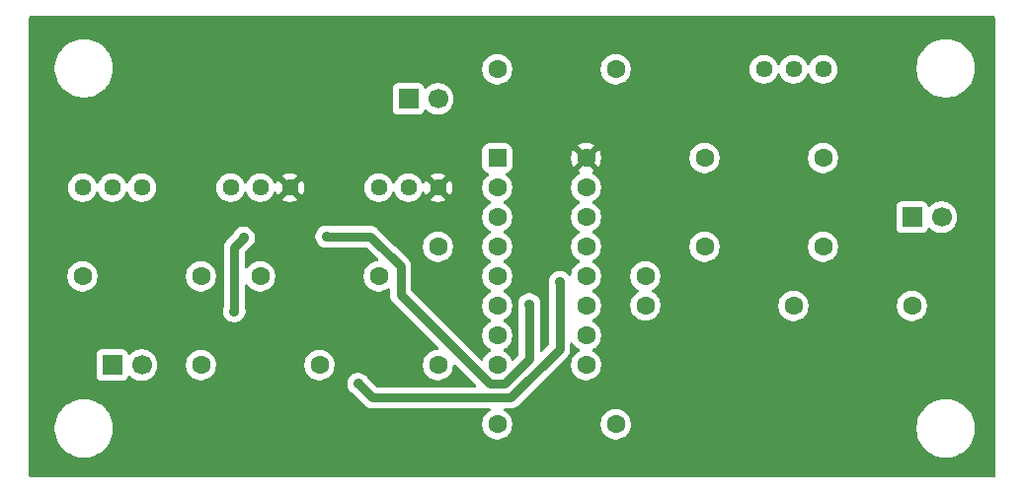
<source format=gbr>
G04 #@! TF.GenerationSoftware,KiCad,Pcbnew,9.0.7*
G04 #@! TF.CreationDate,2026-02-17T19:46:32+01:00*
G04 #@! TF.ProjectId,XR-2208,58522d32-3230-4382-9e6b-696361645f70,rev?*
G04 #@! TF.SameCoordinates,Original*
G04 #@! TF.FileFunction,Copper,L1,Top*
G04 #@! TF.FilePolarity,Positive*
%FSLAX46Y46*%
G04 Gerber Fmt 4.6, Leading zero omitted, Abs format (unit mm)*
G04 Created by KiCad (PCBNEW 9.0.7) date 2026-02-17 19:46:32*
%MOMM*%
%LPD*%
G01*
G04 APERTURE LIST*
G04 Aperture macros list*
%AMRoundRect*
0 Rectangle with rounded corners*
0 $1 Rounding radius*
0 $2 $3 $4 $5 $6 $7 $8 $9 X,Y pos of 4 corners*
0 Add a 4 corners polygon primitive as box body*
4,1,4,$2,$3,$4,$5,$6,$7,$8,$9,$2,$3,0*
0 Add four circle primitives for the rounded corners*
1,1,$1+$1,$2,$3*
1,1,$1+$1,$4,$5*
1,1,$1+$1,$6,$7*
1,1,$1+$1,$8,$9*
0 Add four rect primitives between the rounded corners*
20,1,$1+$1,$2,$3,$4,$5,0*
20,1,$1+$1,$4,$5,$6,$7,0*
20,1,$1+$1,$6,$7,$8,$9,0*
20,1,$1+$1,$8,$9,$2,$3,0*%
G04 Aperture macros list end*
G04 #@! TA.AperFunction,ComponentPad*
%ADD10C,1.600000*%
G04 #@! TD*
G04 #@! TA.AperFunction,ComponentPad*
%ADD11C,1.440000*%
G04 #@! TD*
G04 #@! TA.AperFunction,ComponentPad*
%ADD12RoundRect,0.250000X-0.550000X-0.550000X0.550000X-0.550000X0.550000X0.550000X-0.550000X0.550000X0*%
G04 #@! TD*
G04 #@! TA.AperFunction,ComponentPad*
%ADD13R,1.700000X1.700000*%
G04 #@! TD*
G04 #@! TA.AperFunction,ComponentPad*
%ADD14C,1.700000*%
G04 #@! TD*
G04 #@! TA.AperFunction,ViaPad*
%ADD15C,0.900000*%
G04 #@! TD*
G04 #@! TA.AperFunction,Conductor*
%ADD16C,0.800000*%
G04 #@! TD*
G04 APERTURE END LIST*
D10*
G04 #@! TO.P,R4,1*
G04 #@! TO.N,Net-(R4-Pad1)*
X157480000Y-99060000D03*
G04 #@! TO.P,R4,2*
G04 #@! TO.N,Net-(IC1-OP+)*
X147320000Y-99060000D03*
G04 #@! TD*
G04 #@! TO.P,R1,1*
G04 #@! TO.N,Net-(R1-Pad1)*
X104140000Y-109220000D03*
G04 #@! TO.P,R1,2*
G04 #@! TO.N,GND*
X114300000Y-109220000D03*
G04 #@! TD*
D11*
G04 #@! TO.P,RV2,1,1*
G04 #@! TO.N,VCC*
X124460000Y-93980000D03*
G04 #@! TO.P,RV2,2,2*
G04 #@! TO.N,Net-(R2-Pad1)*
X121920000Y-93980000D03*
G04 #@! TO.P,RV2,3,3*
G04 #@! TO.N,VEE*
X119380000Y-93980000D03*
G04 #@! TD*
G04 #@! TO.P,RV1,1,1*
G04 #@! TO.N,Net-(J2-Pin_1)*
X99060000Y-93980000D03*
G04 #@! TO.P,RV1,2,2*
G04 #@! TO.N,Net-(IC1-Y_IN)*
X96520000Y-93980000D03*
G04 #@! TO.P,RV1,3,3*
G04 #@! TO.N,Net-(R1-Pad1)*
X93980000Y-93980000D03*
G04 #@! TD*
D10*
G04 #@! TO.P,RX1,1*
G04 #@! TO.N,Net-(IC1-X_GAIN@1)*
X129540000Y-114300000D03*
G04 #@! TO.P,RX1,2*
G04 #@! TO.N,Net-(IC1-X_GAIN@2)*
X139700000Y-114300000D03*
G04 #@! TD*
D11*
G04 #@! TO.P,RV3,1,1*
G04 #@! TO.N,VCC*
X111760000Y-93980000D03*
G04 #@! TO.P,RV3,2,2*
G04 #@! TO.N,Net-(R3-Pad1)*
X109220000Y-93980000D03*
G04 #@! TO.P,RV3,3,3*
G04 #@! TO.N,VEE*
X106680000Y-93980000D03*
G04 #@! TD*
D12*
G04 #@! TO.P,IC1,1,MULT@1*
G04 #@! TO.N,Net-(IC1-MULT@1)*
X129540000Y-91440000D03*
D10*
G04 #@! TO.P,IC1,2,MULT@2*
G04 #@! TO.N,Net-(IC1-MULT@2)*
X129540000Y-93980000D03*
G04 #@! TO.P,IC1,3,X_IN*
G04 #@! TO.N,Net-(IC1-X_IN)*
X129540000Y-96520000D03*
G04 #@! TO.P,IC1,4,COMMON*
G04 #@! TO.N,GND*
X129540000Y-99060000D03*
G04 #@! TO.P,IC1,5,Y_IN*
G04 #@! TO.N,Net-(IC1-Y_IN)*
X129540000Y-101600000D03*
G04 #@! TO.P,IC1,6,Y_GAIN@1*
G04 #@! TO.N,Net-(IC1-Y_GAIN@1)*
X129540000Y-104140000D03*
G04 #@! TO.P,IC1,7,Y_GAIN@2*
G04 #@! TO.N,Net-(IC1-Y_GAIN@2)*
X129540000Y-106680000D03*
G04 #@! TO.P,IC1,8,X_GAIN@1*
G04 #@! TO.N,Net-(IC1-X_GAIN@1)*
X129540000Y-109220000D03*
G04 #@! TO.P,IC1,9,X_GAIN@2*
G04 #@! TO.N,Net-(IC1-X_GAIN@2)*
X137160000Y-109220000D03*
G04 #@! TO.P,IC1,10,V-*
G04 #@! TO.N,VEE*
X137160000Y-106680000D03*
G04 #@! TO.P,IC1,11,OP_OUT*
G04 #@! TO.N,Net-(IC1-OP_OUT)*
X137160000Y-104140000D03*
G04 #@! TO.P,IC1,12,COMP*
G04 #@! TO.N,Net-(IC1-COMP)*
X137160000Y-101600000D03*
G04 #@! TO.P,IC1,13,OP+*
G04 #@! TO.N,Net-(IC1-OP+)*
X137160000Y-99060000D03*
G04 #@! TO.P,IC1,14,OP-*
G04 #@! TO.N,Net-(IC1-OP-)*
X137160000Y-96520000D03*
G04 #@! TO.P,IC1,15,HF_OUT*
G04 #@! TO.N,unconnected-(IC1-HF_OUT-Pad15)*
X137160000Y-93980000D03*
G04 #@! TO.P,IC1,16,V+*
G04 #@! TO.N,VCC*
X137160000Y-91440000D03*
G04 #@! TD*
G04 #@! TO.P,RY1,1*
G04 #@! TO.N,Net-(IC1-Y_GAIN@2)*
X124460000Y-109220000D03*
G04 #@! TO.P,RY1,2*
G04 #@! TO.N,Net-(IC1-Y_GAIN@1)*
X124460000Y-99060000D03*
G04 #@! TD*
G04 #@! TO.P,Ri1,1*
G04 #@! TO.N,Net-(IC1-MULT@1)*
X147320000Y-91440000D03*
G04 #@! TO.P,Ri1,2*
G04 #@! TO.N,Net-(IC1-OP-)*
X157480000Y-91440000D03*
G04 #@! TD*
G04 #@! TO.P,R2,1*
G04 #@! TO.N,Net-(R2-Pad1)*
X109220000Y-101600000D03*
G04 #@! TO.P,R2,2*
G04 #@! TO.N,Net-(IC1-Y_GAIN@2)*
X119380000Y-101600000D03*
G04 #@! TD*
D13*
G04 #@! TO.P,J2,1,Pin_1*
G04 #@! TO.N,Net-(J2-Pin_1)*
X96520000Y-109220000D03*
D14*
G04 #@! TO.P,J2,2,Pin_2*
X99060000Y-109220000D03*
G04 #@! TD*
D10*
G04 #@! TO.P,R5,1*
G04 #@! TO.N,Net-(IC1-MULT@2)*
X129540000Y-83820000D03*
G04 #@! TO.P,R5,2*
G04 #@! TO.N,Net-(IC1-OP+)*
X139700000Y-83820000D03*
G04 #@! TD*
D13*
G04 #@! TO.P,J1,1,Pin_1*
G04 #@! TO.N,Net-(IC1-X_IN)*
X121920000Y-86360000D03*
D14*
G04 #@! TO.P,J1,2,Pin_2*
X124460000Y-86360000D03*
G04 #@! TD*
D13*
G04 #@! TO.P,J3,1,Pin_1*
G04 #@! TO.N,Net-(IC1-OP-)*
X165100000Y-96520000D03*
D14*
G04 #@! TO.P,J3,2,Pin_2*
X167640000Y-96520000D03*
G04 #@! TD*
D10*
G04 #@! TO.P,Rf1,1*
G04 #@! TO.N,Net-(IC1-OP_OUT)*
X154940000Y-104140000D03*
G04 #@! TO.P,Rf1,2*
G04 #@! TO.N,Net-(IC1-OP-)*
X165100000Y-104140000D03*
G04 #@! TD*
G04 #@! TO.P,C1,1*
G04 #@! TO.N,Net-(IC1-COMP)*
X142240000Y-101600000D03*
G04 #@! TO.P,C1,2*
G04 #@! TO.N,Net-(IC1-OP_OUT)*
X142240000Y-104100000D03*
G04 #@! TD*
G04 #@! TO.P,R3,1*
G04 #@! TO.N,Net-(R3-Pad1)*
X104140000Y-101600000D03*
G04 #@! TO.P,R3,2*
G04 #@! TO.N,Net-(IC1-X_GAIN@1)*
X93980000Y-101600000D03*
G04 #@! TD*
D11*
G04 #@! TO.P,RV4,1,1*
G04 #@! TO.N,GND*
X152400000Y-83820000D03*
G04 #@! TO.P,RV4,2,2*
X154940000Y-83820000D03*
G04 #@! TO.P,RV4,3,3*
G04 #@! TO.N,Net-(R4-Pad1)*
X157480000Y-83820000D03*
G04 #@! TD*
D15*
G04 #@! TO.N,GND*
X134900000Y-102100000D03*
X117650000Y-110850000D03*
G04 #@! TO.N,VEE*
X132300000Y-104000000D03*
X114900000Y-98200000D03*
G04 #@! TO.N,Net-(R3-Pad1)*
X107800000Y-98300000D03*
X107000000Y-104600000D03*
G04 #@! TD*
D16*
G04 #@! TO.N,GND*
X134900000Y-102100000D02*
X134900000Y-107822626D01*
X118822000Y-112022000D02*
X117650000Y-110850000D01*
X134900000Y-107822626D02*
X130700626Y-112022000D01*
X117650000Y-110850000D02*
X117600000Y-110800000D01*
X130700626Y-112022000D02*
X118822000Y-112022000D01*
G04 #@! TO.N,VEE*
X130203156Y-110821000D02*
X128876844Y-110821000D01*
X132300000Y-104000000D02*
X132300000Y-108724156D01*
X132300000Y-108724156D02*
X130203156Y-110821000D01*
X121256844Y-100756844D02*
X118700000Y-98200000D01*
X118700000Y-98200000D02*
X114900000Y-98200000D01*
X121256844Y-103201000D02*
X121256844Y-100756844D01*
X128876844Y-110821000D02*
X121256844Y-103201000D01*
G04 #@! TO.N,Net-(R3-Pad1)*
X107000000Y-99100000D02*
X107000000Y-104600000D01*
X107800000Y-98300000D02*
X107000000Y-99100000D01*
G04 #@! TD*
G04 #@! TA.AperFunction,Conductor*
G04 #@! TO.N,VCC*
G36*
X172162539Y-79260185D02*
G01*
X172208294Y-79312989D01*
X172219500Y-79364500D01*
X172219500Y-118755500D01*
X172199815Y-118822539D01*
X172147011Y-118868294D01*
X172095500Y-118879500D01*
X89524500Y-118879500D01*
X89457461Y-118859815D01*
X89411706Y-118807011D01*
X89400500Y-118755500D01*
X89400500Y-114519568D01*
X91599500Y-114519568D01*
X91599500Y-114800431D01*
X91630942Y-115079494D01*
X91630945Y-115079512D01*
X91693439Y-115353317D01*
X91693443Y-115353329D01*
X91786200Y-115618411D01*
X91908053Y-115871442D01*
X91908055Y-115871445D01*
X92057477Y-116109248D01*
X92232584Y-116328825D01*
X92431175Y-116527416D01*
X92650752Y-116702523D01*
X92888555Y-116851945D01*
X93141592Y-116973801D01*
X93340680Y-117043465D01*
X93406670Y-117066556D01*
X93406682Y-117066560D01*
X93680491Y-117129055D01*
X93680497Y-117129055D01*
X93680505Y-117129057D01*
X93866547Y-117150018D01*
X93959569Y-117160499D01*
X93959572Y-117160500D01*
X93959575Y-117160500D01*
X94240428Y-117160500D01*
X94240429Y-117160499D01*
X94383055Y-117144429D01*
X94519494Y-117129057D01*
X94519499Y-117129056D01*
X94519509Y-117129055D01*
X94793318Y-117066560D01*
X95058408Y-116973801D01*
X95311445Y-116851945D01*
X95549248Y-116702523D01*
X95768825Y-116527416D01*
X95967416Y-116328825D01*
X96142523Y-116109248D01*
X96291945Y-115871445D01*
X96413801Y-115618408D01*
X96506560Y-115353318D01*
X96569055Y-115079509D01*
X96580086Y-114981610D01*
X96600499Y-114800431D01*
X96600500Y-114800427D01*
X96600500Y-114519572D01*
X96600499Y-114519568D01*
X96569057Y-114240505D01*
X96569054Y-114240487D01*
X96506560Y-113966682D01*
X96506556Y-113966670D01*
X96483465Y-113900680D01*
X96413801Y-113701592D01*
X96291945Y-113448555D01*
X96142523Y-113210752D01*
X95967416Y-112991175D01*
X95768825Y-112792584D01*
X95549248Y-112617477D01*
X95311445Y-112468055D01*
X95311442Y-112468053D01*
X95058411Y-112346200D01*
X94793329Y-112253443D01*
X94793317Y-112253439D01*
X94519512Y-112190945D01*
X94519494Y-112190942D01*
X94240431Y-112159500D01*
X94240425Y-112159500D01*
X93959575Y-112159500D01*
X93959568Y-112159500D01*
X93680505Y-112190942D01*
X93680487Y-112190945D01*
X93406682Y-112253439D01*
X93406670Y-112253443D01*
X93141588Y-112346200D01*
X92888557Y-112468053D01*
X92650753Y-112617476D01*
X92431175Y-112792583D01*
X92232583Y-112991175D01*
X92057476Y-113210753D01*
X91908053Y-113448557D01*
X91786200Y-113701588D01*
X91693443Y-113966670D01*
X91693439Y-113966682D01*
X91630945Y-114240487D01*
X91630942Y-114240505D01*
X91599500Y-114519568D01*
X89400500Y-114519568D01*
X89400500Y-108322135D01*
X95169500Y-108322135D01*
X95169500Y-110117870D01*
X95169501Y-110117876D01*
X95175908Y-110177483D01*
X95226202Y-110312328D01*
X95226206Y-110312335D01*
X95312452Y-110427544D01*
X95312455Y-110427547D01*
X95427664Y-110513793D01*
X95427671Y-110513797D01*
X95562517Y-110564091D01*
X95562516Y-110564091D01*
X95569444Y-110564835D01*
X95622127Y-110570500D01*
X97417872Y-110570499D01*
X97477483Y-110564091D01*
X97612331Y-110513796D01*
X97727546Y-110427546D01*
X97813796Y-110312331D01*
X97862810Y-110180916D01*
X97904681Y-110124984D01*
X97970145Y-110100566D01*
X98038418Y-110115417D01*
X98066673Y-110136569D01*
X98180213Y-110250109D01*
X98352179Y-110375048D01*
X98352181Y-110375049D01*
X98352184Y-110375051D01*
X98541588Y-110471557D01*
X98743757Y-110537246D01*
X98953713Y-110570500D01*
X98953714Y-110570500D01*
X99166286Y-110570500D01*
X99166287Y-110570500D01*
X99376243Y-110537246D01*
X99578412Y-110471557D01*
X99767816Y-110375051D01*
X99854138Y-110312335D01*
X99939786Y-110250109D01*
X99939788Y-110250106D01*
X99939792Y-110250104D01*
X100090104Y-110099792D01*
X100090106Y-110099788D01*
X100090109Y-110099786D01*
X100215048Y-109927820D01*
X100215047Y-109927820D01*
X100215051Y-109927816D01*
X100311557Y-109738412D01*
X100377246Y-109536243D01*
X100410500Y-109326287D01*
X100410500Y-109117648D01*
X102839500Y-109117648D01*
X102839500Y-109322351D01*
X102871522Y-109524534D01*
X102934781Y-109719223D01*
X103027715Y-109901613D01*
X103148028Y-110067213D01*
X103292786Y-110211971D01*
X103430928Y-110312335D01*
X103458390Y-110332287D01*
X103542319Y-110375051D01*
X103640776Y-110425218D01*
X103640778Y-110425218D01*
X103640781Y-110425220D01*
X103745137Y-110459127D01*
X103835465Y-110488477D01*
X103936557Y-110504488D01*
X104037648Y-110520500D01*
X104037649Y-110520500D01*
X104242351Y-110520500D01*
X104242352Y-110520500D01*
X104444534Y-110488477D01*
X104639219Y-110425220D01*
X104821610Y-110332287D01*
X104943001Y-110244092D01*
X104987213Y-110211971D01*
X104987215Y-110211968D01*
X104987219Y-110211966D01*
X105131966Y-110067219D01*
X105131968Y-110067215D01*
X105131971Y-110067213D01*
X105184732Y-109994590D01*
X105252287Y-109901610D01*
X105345220Y-109719219D01*
X105408477Y-109524534D01*
X105440500Y-109322352D01*
X105440500Y-109117648D01*
X112999500Y-109117648D01*
X112999500Y-109322351D01*
X113031522Y-109524534D01*
X113094781Y-109719223D01*
X113187715Y-109901613D01*
X113308028Y-110067213D01*
X113452786Y-110211971D01*
X113590928Y-110312335D01*
X113618390Y-110332287D01*
X113702319Y-110375051D01*
X113800776Y-110425218D01*
X113800778Y-110425218D01*
X113800781Y-110425220D01*
X113905137Y-110459127D01*
X113995465Y-110488477D01*
X114096557Y-110504488D01*
X114197648Y-110520500D01*
X114197649Y-110520500D01*
X114402351Y-110520500D01*
X114402352Y-110520500D01*
X114604534Y-110488477D01*
X114799219Y-110425220D01*
X114981610Y-110332287D01*
X115103001Y-110244092D01*
X115147213Y-110211971D01*
X115147215Y-110211968D01*
X115147219Y-110211966D01*
X115291966Y-110067219D01*
X115291968Y-110067215D01*
X115291971Y-110067213D01*
X115344732Y-109994590D01*
X115412287Y-109901610D01*
X115505220Y-109719219D01*
X115568477Y-109524534D01*
X115600500Y-109322352D01*
X115600500Y-109117648D01*
X115572130Y-108938527D01*
X115568477Y-108915465D01*
X115524193Y-108779173D01*
X115505220Y-108720781D01*
X115505218Y-108720778D01*
X115505218Y-108720776D01*
X115471503Y-108654607D01*
X115412287Y-108538390D01*
X115393244Y-108512179D01*
X115291970Y-108372785D01*
X115147213Y-108228028D01*
X114981613Y-108107715D01*
X114981612Y-108107714D01*
X114981610Y-108107713D01*
X114908438Y-108070430D01*
X114799223Y-108014781D01*
X114604534Y-107951522D01*
X114429995Y-107923878D01*
X114402352Y-107919500D01*
X114197648Y-107919500D01*
X114173329Y-107923351D01*
X113995465Y-107951522D01*
X113800776Y-108014781D01*
X113618386Y-108107715D01*
X113452786Y-108228028D01*
X113452782Y-108228032D01*
X113308034Y-108372781D01*
X113308030Y-108372785D01*
X113187715Y-108538386D01*
X113094781Y-108720776D01*
X113031522Y-108915465D01*
X112999500Y-109117648D01*
X105440500Y-109117648D01*
X105412130Y-108938527D01*
X105408477Y-108915465D01*
X105364193Y-108779173D01*
X105345220Y-108720781D01*
X105345218Y-108720778D01*
X105345218Y-108720776D01*
X105311503Y-108654607D01*
X105252287Y-108538390D01*
X105233244Y-108512179D01*
X105131970Y-108372785D01*
X104987213Y-108228028D01*
X104821613Y-108107715D01*
X104821612Y-108107714D01*
X104821610Y-108107713D01*
X104748438Y-108070430D01*
X104639223Y-108014781D01*
X104444534Y-107951522D01*
X104269995Y-107923878D01*
X104242352Y-107919500D01*
X104037648Y-107919500D01*
X104013329Y-107923351D01*
X103835465Y-107951522D01*
X103640776Y-108014781D01*
X103458386Y-108107715D01*
X103292786Y-108228028D01*
X103292782Y-108228032D01*
X103148034Y-108372781D01*
X103148030Y-108372785D01*
X103027715Y-108538386D01*
X102934781Y-108720776D01*
X102871522Y-108915465D01*
X102839500Y-109117648D01*
X100410500Y-109117648D01*
X100410500Y-109113713D01*
X100377246Y-108903757D01*
X100311557Y-108701588D01*
X100215051Y-108512184D01*
X100215049Y-108512181D01*
X100215048Y-108512179D01*
X100090109Y-108340213D01*
X99939786Y-108189890D01*
X99767820Y-108064951D01*
X99578414Y-107968444D01*
X99578413Y-107968443D01*
X99578412Y-107968443D01*
X99376243Y-107902754D01*
X99376241Y-107902753D01*
X99376240Y-107902753D01*
X99214957Y-107877208D01*
X99166287Y-107869500D01*
X98953713Y-107869500D01*
X98905042Y-107877208D01*
X98743760Y-107902753D01*
X98541585Y-107968444D01*
X98352179Y-108064951D01*
X98180215Y-108189889D01*
X98066673Y-108303431D01*
X98005350Y-108336915D01*
X97935658Y-108331931D01*
X97879725Y-108290059D01*
X97862810Y-108259082D01*
X97813797Y-108127671D01*
X97813793Y-108127664D01*
X97727547Y-108012455D01*
X97727544Y-108012452D01*
X97612335Y-107926206D01*
X97612328Y-107926202D01*
X97477482Y-107875908D01*
X97477483Y-107875908D01*
X97417883Y-107869501D01*
X97417881Y-107869500D01*
X97417873Y-107869500D01*
X97417864Y-107869500D01*
X95622129Y-107869500D01*
X95622123Y-107869501D01*
X95562516Y-107875908D01*
X95427671Y-107926202D01*
X95427664Y-107926206D01*
X95312455Y-108012452D01*
X95312452Y-108012455D01*
X95226206Y-108127664D01*
X95226202Y-108127671D01*
X95175908Y-108262517D01*
X95169501Y-108322116D01*
X95169500Y-108322135D01*
X89400500Y-108322135D01*
X89400500Y-104506384D01*
X106049500Y-104506384D01*
X106049500Y-104513350D01*
X106049500Y-104693620D01*
X106086025Y-104877243D01*
X106086027Y-104877251D01*
X106157676Y-105050228D01*
X106157681Y-105050237D01*
X106261697Y-105205907D01*
X106261700Y-105205911D01*
X106394088Y-105338299D01*
X106394092Y-105338302D01*
X106549762Y-105442318D01*
X106549768Y-105442321D01*
X106549769Y-105442322D01*
X106722749Y-105513973D01*
X106906379Y-105550499D01*
X106906383Y-105550500D01*
X106906384Y-105550500D01*
X107093617Y-105550500D01*
X107093618Y-105550499D01*
X107277251Y-105513973D01*
X107450231Y-105442322D01*
X107605908Y-105338302D01*
X107738302Y-105205908D01*
X107842322Y-105050231D01*
X107913973Y-104877251D01*
X107950500Y-104693616D01*
X107950500Y-104506384D01*
X107950174Y-104504747D01*
X107913975Y-104322756D01*
X107913973Y-104322753D01*
X107913973Y-104322749D01*
X107909937Y-104313006D01*
X107900500Y-104265558D01*
X107900500Y-102378039D01*
X107920185Y-102311000D01*
X107972989Y-102265245D01*
X108042147Y-102255301D01*
X108105703Y-102284326D01*
X108124816Y-102305151D01*
X108177194Y-102377243D01*
X108228034Y-102447219D01*
X108372786Y-102591971D01*
X108498973Y-102683649D01*
X108538390Y-102712287D01*
X108631080Y-102759515D01*
X108720776Y-102805218D01*
X108720778Y-102805218D01*
X108720781Y-102805220D01*
X108790891Y-102828000D01*
X108915465Y-102868477D01*
X108934697Y-102871523D01*
X109117648Y-102900500D01*
X109117649Y-102900500D01*
X109322351Y-102900500D01*
X109322352Y-102900500D01*
X109524534Y-102868477D01*
X109719219Y-102805220D01*
X109901610Y-102712287D01*
X110031776Y-102617717D01*
X110067213Y-102591971D01*
X110067215Y-102591968D01*
X110067219Y-102591966D01*
X110211966Y-102447219D01*
X110211968Y-102447215D01*
X110211971Y-102447213D01*
X110264732Y-102374590D01*
X110332287Y-102281610D01*
X110425220Y-102099219D01*
X110488477Y-101904534D01*
X110520500Y-101702352D01*
X110520500Y-101497648D01*
X110488477Y-101295466D01*
X110425220Y-101100781D01*
X110425218Y-101100778D01*
X110425218Y-101100776D01*
X110391503Y-101034607D01*
X110332287Y-100918390D01*
X110282633Y-100850046D01*
X110211971Y-100752786D01*
X110067213Y-100608028D01*
X109901613Y-100487715D01*
X109901612Y-100487714D01*
X109901610Y-100487713D01*
X109844653Y-100458691D01*
X109719223Y-100394781D01*
X109524534Y-100331522D01*
X109348320Y-100303613D01*
X109322352Y-100299500D01*
X109117648Y-100299500D01*
X109093329Y-100303351D01*
X108915465Y-100331522D01*
X108720776Y-100394781D01*
X108538386Y-100487715D01*
X108372786Y-100608028D01*
X108228032Y-100752782D01*
X108228028Y-100752787D01*
X108124818Y-100894845D01*
X108069488Y-100937511D01*
X107999875Y-100943490D01*
X107938080Y-100910885D01*
X107903723Y-100850046D01*
X107900500Y-100821960D01*
X107900500Y-99524361D01*
X107920185Y-99457322D01*
X107936815Y-99436684D01*
X108200265Y-99173233D01*
X108240496Y-99146353D01*
X108250231Y-99142322D01*
X108405908Y-99038302D01*
X108538302Y-98905908D01*
X108642322Y-98750231D01*
X108713973Y-98577251D01*
X108750500Y-98393616D01*
X108750500Y-98206384D01*
X108734209Y-98124482D01*
X108734209Y-98124479D01*
X108730609Y-98106379D01*
X113949500Y-98106379D01*
X113949500Y-98293620D01*
X113986025Y-98477243D01*
X113986027Y-98477251D01*
X114057676Y-98650228D01*
X114057681Y-98650237D01*
X114161697Y-98805907D01*
X114161700Y-98805911D01*
X114294088Y-98938299D01*
X114294092Y-98938302D01*
X114449762Y-99042318D01*
X114449768Y-99042321D01*
X114449769Y-99042322D01*
X114622749Y-99113973D01*
X114806379Y-99150499D01*
X114806383Y-99150500D01*
X114806384Y-99150500D01*
X114993617Y-99150500D01*
X114993618Y-99150499D01*
X115062396Y-99136819D01*
X115177243Y-99113975D01*
X115177244Y-99113974D01*
X115177251Y-99113973D01*
X115186993Y-99109937D01*
X115234442Y-99100500D01*
X118275638Y-99100500D01*
X118342677Y-99120185D01*
X118363319Y-99136819D01*
X119319959Y-100093459D01*
X119353444Y-100154782D01*
X119348460Y-100224474D01*
X119306588Y-100280407D01*
X119251676Y-100303613D01*
X119075465Y-100331522D01*
X118880776Y-100394781D01*
X118698386Y-100487715D01*
X118532786Y-100608028D01*
X118388028Y-100752786D01*
X118267715Y-100918386D01*
X118174781Y-101100776D01*
X118111522Y-101295465D01*
X118079500Y-101497648D01*
X118079500Y-101702351D01*
X118111522Y-101904534D01*
X118174781Y-102099223D01*
X118222880Y-102193620D01*
X118266355Y-102278945D01*
X118267715Y-102281613D01*
X118388028Y-102447213D01*
X118532786Y-102591971D01*
X118658973Y-102683649D01*
X118698390Y-102712287D01*
X118791080Y-102759515D01*
X118880776Y-102805218D01*
X118880778Y-102805218D01*
X118880781Y-102805220D01*
X118950891Y-102828000D01*
X119075465Y-102868477D01*
X119094697Y-102871523D01*
X119277648Y-102900500D01*
X119277649Y-102900500D01*
X119482351Y-102900500D01*
X119482352Y-102900500D01*
X119684534Y-102868477D01*
X119879219Y-102805220D01*
X120061610Y-102712287D01*
X120108823Y-102677984D01*
X120159459Y-102641197D01*
X120225266Y-102617717D01*
X120293319Y-102633543D01*
X120342014Y-102683649D01*
X120356344Y-102741515D01*
X120356344Y-103289696D01*
X120390947Y-103463659D01*
X120390949Y-103463666D01*
X120416755Y-103525965D01*
X120458831Y-103627547D01*
X120506909Y-103699500D01*
X120510657Y-103705109D01*
X120557381Y-103775038D01*
X120557384Y-103775041D01*
X124490164Y-107707819D01*
X124523649Y-107769142D01*
X124518665Y-107838834D01*
X124476793Y-107894767D01*
X124411329Y-107919184D01*
X124402483Y-107919500D01*
X124357648Y-107919500D01*
X124333329Y-107923351D01*
X124155465Y-107951522D01*
X123960776Y-108014781D01*
X123778386Y-108107715D01*
X123612786Y-108228028D01*
X123612782Y-108228032D01*
X123468034Y-108372781D01*
X123468030Y-108372785D01*
X123347715Y-108538386D01*
X123254781Y-108720776D01*
X123191522Y-108915465D01*
X123159500Y-109117648D01*
X123159500Y-109322351D01*
X123191522Y-109524534D01*
X123254781Y-109719223D01*
X123347715Y-109901613D01*
X123468028Y-110067213D01*
X123612786Y-110211971D01*
X123750928Y-110312335D01*
X123778390Y-110332287D01*
X123862319Y-110375051D01*
X123960776Y-110425218D01*
X123960778Y-110425218D01*
X123960781Y-110425220D01*
X124065137Y-110459127D01*
X124155465Y-110488477D01*
X124256557Y-110504488D01*
X124357648Y-110520500D01*
X124357649Y-110520500D01*
X124562351Y-110520500D01*
X124562352Y-110520500D01*
X124764534Y-110488477D01*
X124959219Y-110425220D01*
X125141610Y-110332287D01*
X125263001Y-110244092D01*
X125307213Y-110211971D01*
X125307215Y-110211968D01*
X125307219Y-110211966D01*
X125451966Y-110067219D01*
X125451968Y-110067215D01*
X125451971Y-110067213D01*
X125504732Y-109994590D01*
X125572287Y-109901610D01*
X125665220Y-109719219D01*
X125728477Y-109524534D01*
X125760500Y-109322352D01*
X125760500Y-109277517D01*
X125780185Y-109210478D01*
X125832989Y-109164723D01*
X125902147Y-109154779D01*
X125965703Y-109183804D01*
X125972181Y-109189836D01*
X127692164Y-110909819D01*
X127725649Y-110971142D01*
X127720665Y-111040834D01*
X127678793Y-111096767D01*
X127613329Y-111121184D01*
X127604483Y-111121500D01*
X119246361Y-111121500D01*
X119179322Y-111101815D01*
X119158680Y-111085181D01*
X118523235Y-110449735D01*
X118496354Y-110409504D01*
X118492322Y-110399769D01*
X118447230Y-110332284D01*
X118388302Y-110244091D01*
X118255911Y-110111700D01*
X118255907Y-110111697D01*
X118100237Y-110007681D01*
X118100228Y-110007676D01*
X117927251Y-109936027D01*
X117927243Y-109936025D01*
X117743620Y-109899500D01*
X117743616Y-109899500D01*
X117688692Y-109899500D01*
X117511308Y-109899500D01*
X117511303Y-109899500D01*
X117337341Y-109934103D01*
X117337333Y-109934105D01*
X117173451Y-110001988D01*
X117025965Y-110100534D01*
X117025958Y-110100540D01*
X116900540Y-110225958D01*
X116900534Y-110225965D01*
X116801988Y-110373451D01*
X116734105Y-110537333D01*
X116734103Y-110537341D01*
X116699500Y-110711303D01*
X116699500Y-110943620D01*
X116736025Y-111127243D01*
X116736027Y-111127251D01*
X116807676Y-111300228D01*
X116807681Y-111300237D01*
X116911697Y-111455907D01*
X116911700Y-111455911D01*
X117044091Y-111588302D01*
X117199763Y-111692318D01*
X117199769Y-111692322D01*
X117209505Y-111696354D01*
X117249735Y-111723235D01*
X117717443Y-112190942D01*
X118122536Y-112596035D01*
X118247962Y-112721461D01*
X118247966Y-112721465D01*
X118395446Y-112820009D01*
X118395459Y-112820016D01*
X118477392Y-112853953D01*
X118559334Y-112887894D01*
X118601935Y-112896368D01*
X118733305Y-112922500D01*
X128862402Y-112922500D01*
X128929441Y-112942185D01*
X128975196Y-112994989D01*
X128985140Y-113064147D01*
X128956115Y-113127703D01*
X128918697Y-113156985D01*
X128858386Y-113187715D01*
X128692786Y-113308028D01*
X128548028Y-113452786D01*
X128427715Y-113618386D01*
X128334781Y-113800776D01*
X128271522Y-113995465D01*
X128239500Y-114197648D01*
X128239500Y-114402351D01*
X128271522Y-114604534D01*
X128334781Y-114799223D01*
X128427715Y-114981613D01*
X128548028Y-115147213D01*
X128692786Y-115291971D01*
X128847749Y-115404556D01*
X128858390Y-115412287D01*
X128974607Y-115471503D01*
X129040776Y-115505218D01*
X129040778Y-115505218D01*
X129040781Y-115505220D01*
X129145137Y-115539127D01*
X129235465Y-115568477D01*
X129336557Y-115584488D01*
X129437648Y-115600500D01*
X129437649Y-115600500D01*
X129642351Y-115600500D01*
X129642352Y-115600500D01*
X129844534Y-115568477D01*
X130039219Y-115505220D01*
X130221610Y-115412287D01*
X130314590Y-115344732D01*
X130387213Y-115291971D01*
X130387215Y-115291968D01*
X130387219Y-115291966D01*
X130531966Y-115147219D01*
X130531968Y-115147215D01*
X130531971Y-115147213D01*
X130584732Y-115074590D01*
X130652287Y-114981610D01*
X130744602Y-114800431D01*
X130745218Y-114799223D01*
X130745218Y-114799222D01*
X130745220Y-114799219D01*
X130808477Y-114604534D01*
X130840500Y-114402352D01*
X130840500Y-114197648D01*
X138399500Y-114197648D01*
X138399500Y-114402351D01*
X138431522Y-114604534D01*
X138494781Y-114799223D01*
X138587715Y-114981613D01*
X138708028Y-115147213D01*
X138852786Y-115291971D01*
X139007749Y-115404556D01*
X139018390Y-115412287D01*
X139134607Y-115471503D01*
X139200776Y-115505218D01*
X139200778Y-115505218D01*
X139200781Y-115505220D01*
X139305137Y-115539127D01*
X139395465Y-115568477D01*
X139496557Y-115584488D01*
X139597648Y-115600500D01*
X139597649Y-115600500D01*
X139802351Y-115600500D01*
X139802352Y-115600500D01*
X140004534Y-115568477D01*
X140199219Y-115505220D01*
X140381610Y-115412287D01*
X140474590Y-115344732D01*
X140547213Y-115291971D01*
X140547215Y-115291968D01*
X140547219Y-115291966D01*
X140691966Y-115147219D01*
X140691968Y-115147215D01*
X140691971Y-115147213D01*
X140744732Y-115074590D01*
X140812287Y-114981610D01*
X140904602Y-114800431D01*
X140905218Y-114799223D01*
X140905218Y-114799222D01*
X140905220Y-114799219D01*
X140968477Y-114604534D01*
X140978326Y-114542351D01*
X140981935Y-114519568D01*
X165499500Y-114519568D01*
X165499500Y-114800431D01*
X165530942Y-115079494D01*
X165530945Y-115079512D01*
X165593439Y-115353317D01*
X165593443Y-115353329D01*
X165686200Y-115618411D01*
X165808053Y-115871442D01*
X165808055Y-115871445D01*
X165957477Y-116109248D01*
X166132584Y-116328825D01*
X166331175Y-116527416D01*
X166550752Y-116702523D01*
X166788555Y-116851945D01*
X167041592Y-116973801D01*
X167240680Y-117043465D01*
X167306670Y-117066556D01*
X167306682Y-117066560D01*
X167580491Y-117129055D01*
X167580497Y-117129055D01*
X167580505Y-117129057D01*
X167766547Y-117150018D01*
X167859569Y-117160499D01*
X167859572Y-117160500D01*
X167859575Y-117160500D01*
X168140428Y-117160500D01*
X168140429Y-117160499D01*
X168283055Y-117144429D01*
X168419494Y-117129057D01*
X168419499Y-117129056D01*
X168419509Y-117129055D01*
X168693318Y-117066560D01*
X168958408Y-116973801D01*
X169211445Y-116851945D01*
X169449248Y-116702523D01*
X169668825Y-116527416D01*
X169867416Y-116328825D01*
X170042523Y-116109248D01*
X170191945Y-115871445D01*
X170313801Y-115618408D01*
X170406560Y-115353318D01*
X170469055Y-115079509D01*
X170480086Y-114981610D01*
X170500499Y-114800431D01*
X170500500Y-114800427D01*
X170500500Y-114519572D01*
X170500499Y-114519568D01*
X170469057Y-114240505D01*
X170469054Y-114240487D01*
X170406560Y-113966682D01*
X170406556Y-113966670D01*
X170383465Y-113900680D01*
X170313801Y-113701592D01*
X170191945Y-113448555D01*
X170042523Y-113210752D01*
X169867416Y-112991175D01*
X169668825Y-112792584D01*
X169449248Y-112617477D01*
X169211445Y-112468055D01*
X169211442Y-112468053D01*
X168958411Y-112346200D01*
X168693329Y-112253443D01*
X168693317Y-112253439D01*
X168419512Y-112190945D01*
X168419494Y-112190942D01*
X168140431Y-112159500D01*
X168140425Y-112159500D01*
X167859575Y-112159500D01*
X167859568Y-112159500D01*
X167580505Y-112190942D01*
X167580487Y-112190945D01*
X167306682Y-112253439D01*
X167306670Y-112253443D01*
X167041588Y-112346200D01*
X166788557Y-112468053D01*
X166550753Y-112617476D01*
X166331175Y-112792583D01*
X166132583Y-112991175D01*
X165957476Y-113210753D01*
X165808053Y-113448557D01*
X165686200Y-113701588D01*
X165593443Y-113966670D01*
X165593439Y-113966682D01*
X165530945Y-114240487D01*
X165530942Y-114240505D01*
X165499500Y-114519568D01*
X140981935Y-114519568D01*
X140985557Y-114496698D01*
X141000500Y-114402351D01*
X141000500Y-114197648D01*
X140968477Y-113995465D01*
X140905218Y-113800776D01*
X140871503Y-113734607D01*
X140812287Y-113618390D01*
X140740637Y-113519771D01*
X140691971Y-113452786D01*
X140547213Y-113308028D01*
X140381613Y-113187715D01*
X140381612Y-113187714D01*
X140381610Y-113187713D01*
X140321303Y-113156985D01*
X140199223Y-113094781D01*
X140004534Y-113031522D01*
X139829995Y-113003878D01*
X139802352Y-112999500D01*
X139597648Y-112999500D01*
X139573329Y-113003351D01*
X139395465Y-113031522D01*
X139200776Y-113094781D01*
X139018386Y-113187715D01*
X138852786Y-113308028D01*
X138708028Y-113452786D01*
X138587715Y-113618386D01*
X138494781Y-113800776D01*
X138431522Y-113995465D01*
X138399500Y-114197648D01*
X130840500Y-114197648D01*
X130808477Y-113995466D01*
X130745220Y-113800781D01*
X130745218Y-113800778D01*
X130745218Y-113800776D01*
X130711503Y-113734607D01*
X130652287Y-113618390D01*
X130580637Y-113519771D01*
X130531971Y-113452786D01*
X130387213Y-113308028D01*
X130221613Y-113187715D01*
X130221612Y-113187714D01*
X130221610Y-113187713D01*
X130161303Y-113156985D01*
X130110507Y-113109010D01*
X130093712Y-113041189D01*
X130116250Y-112975054D01*
X130170965Y-112931603D01*
X130217598Y-112922500D01*
X130789319Y-112922500D01*
X130789320Y-112922499D01*
X130963292Y-112887895D01*
X131045232Y-112853953D01*
X131127173Y-112820013D01*
X131215585Y-112760936D01*
X131274662Y-112721464D01*
X135599464Y-108396661D01*
X135615420Y-108372781D01*
X135698013Y-108249173D01*
X135722566Y-108189896D01*
X135765895Y-108085292D01*
X135800500Y-107911317D01*
X135800500Y-107733934D01*
X135800500Y-107392924D01*
X135820185Y-107325885D01*
X135872989Y-107280130D01*
X135942147Y-107270186D01*
X136005703Y-107299211D01*
X136034985Y-107336630D01*
X136047713Y-107361611D01*
X136168028Y-107527213D01*
X136312786Y-107671971D01*
X136446533Y-107769142D01*
X136478390Y-107792287D01*
X136569743Y-107838834D01*
X136571080Y-107839515D01*
X136621876Y-107887490D01*
X136638671Y-107955311D01*
X136616134Y-108021446D01*
X136571080Y-108060485D01*
X136478386Y-108107715D01*
X136312786Y-108228028D01*
X136312782Y-108228032D01*
X136168034Y-108372781D01*
X136168030Y-108372785D01*
X136047715Y-108538386D01*
X135954781Y-108720776D01*
X135891522Y-108915465D01*
X135859500Y-109117648D01*
X135859500Y-109322351D01*
X135891522Y-109524534D01*
X135954781Y-109719223D01*
X136047715Y-109901613D01*
X136168028Y-110067213D01*
X136312786Y-110211971D01*
X136450928Y-110312335D01*
X136478390Y-110332287D01*
X136562319Y-110375051D01*
X136660776Y-110425218D01*
X136660778Y-110425218D01*
X136660781Y-110425220D01*
X136765137Y-110459127D01*
X136855465Y-110488477D01*
X136956557Y-110504488D01*
X137057648Y-110520500D01*
X137057649Y-110520500D01*
X137262351Y-110520500D01*
X137262352Y-110520500D01*
X137464534Y-110488477D01*
X137659219Y-110425220D01*
X137841610Y-110332287D01*
X137963001Y-110244092D01*
X138007213Y-110211971D01*
X138007215Y-110211968D01*
X138007219Y-110211966D01*
X138151966Y-110067219D01*
X138151968Y-110067215D01*
X138151971Y-110067213D01*
X138204732Y-109994590D01*
X138272287Y-109901610D01*
X138365220Y-109719219D01*
X138428477Y-109524534D01*
X138460500Y-109322352D01*
X138460500Y-109117648D01*
X138432130Y-108938527D01*
X138428477Y-108915465D01*
X138384193Y-108779173D01*
X138365220Y-108720781D01*
X138365218Y-108720778D01*
X138365218Y-108720776D01*
X138331503Y-108654607D01*
X138272287Y-108538390D01*
X138253244Y-108512179D01*
X138151970Y-108372785D01*
X138007213Y-108228028D01*
X137841614Y-108107715D01*
X137797606Y-108085292D01*
X137748917Y-108060483D01*
X137698123Y-108012511D01*
X137681328Y-107944690D01*
X137703865Y-107878555D01*
X137748917Y-107839516D01*
X137841610Y-107792287D01*
X137921927Y-107733934D01*
X138007213Y-107671971D01*
X138007215Y-107671968D01*
X138007219Y-107671966D01*
X138151966Y-107527219D01*
X138151968Y-107527215D01*
X138151971Y-107527213D01*
X138208340Y-107449626D01*
X138272287Y-107361610D01*
X138365220Y-107179219D01*
X138428477Y-106984534D01*
X138460500Y-106782352D01*
X138460500Y-106577648D01*
X138428477Y-106375466D01*
X138365220Y-106180781D01*
X138365218Y-106180778D01*
X138365218Y-106180776D01*
X138310897Y-106074166D01*
X138272287Y-105998390D01*
X138249536Y-105967075D01*
X138151971Y-105832786D01*
X138007213Y-105688028D01*
X137841614Y-105567715D01*
X137835006Y-105564348D01*
X137748917Y-105520483D01*
X137698123Y-105472511D01*
X137681328Y-105404690D01*
X137703865Y-105338555D01*
X137748917Y-105299516D01*
X137841610Y-105252287D01*
X137905447Y-105205907D01*
X138007213Y-105131971D01*
X138007215Y-105131968D01*
X138007219Y-105131966D01*
X138151966Y-104987219D01*
X138151968Y-104987215D01*
X138151971Y-104987213D01*
X138204732Y-104914590D01*
X138272287Y-104821610D01*
X138365220Y-104639219D01*
X138428477Y-104444534D01*
X138460500Y-104242352D01*
X138460500Y-104037648D01*
X138454165Y-103997648D01*
X138428477Y-103835465D01*
X138365218Y-103640776D01*
X138310897Y-103534166D01*
X138272287Y-103458390D01*
X138243223Y-103418386D01*
X138151971Y-103292786D01*
X138007213Y-103148028D01*
X137841614Y-103027715D01*
X137835006Y-103024348D01*
X137748917Y-102980483D01*
X137698123Y-102932511D01*
X137681328Y-102864690D01*
X137703865Y-102798555D01*
X137748917Y-102759516D01*
X137841610Y-102712287D01*
X137971776Y-102617717D01*
X138007213Y-102591971D01*
X138007215Y-102591968D01*
X138007219Y-102591966D01*
X138151966Y-102447219D01*
X138151968Y-102447215D01*
X138151971Y-102447213D01*
X138204732Y-102374590D01*
X138272287Y-102281610D01*
X138365220Y-102099219D01*
X138428477Y-101904534D01*
X138460500Y-101702352D01*
X138460500Y-101497648D01*
X140939500Y-101497648D01*
X140939500Y-101702351D01*
X140971522Y-101904534D01*
X141034781Y-102099223D01*
X141082880Y-102193620D01*
X141126355Y-102278945D01*
X141127715Y-102281613D01*
X141248028Y-102447213D01*
X141392786Y-102591971D01*
X141558388Y-102712286D01*
X141611828Y-102739516D01*
X141662623Y-102787490D01*
X141679418Y-102855312D01*
X141656880Y-102921446D01*
X141611828Y-102960484D01*
X141558388Y-102987713D01*
X141392786Y-103108028D01*
X141248028Y-103252786D01*
X141127715Y-103418386D01*
X141034781Y-103600776D01*
X140971522Y-103795465D01*
X140939500Y-103997648D01*
X140939500Y-104202351D01*
X140971522Y-104404534D01*
X141034781Y-104599223D01*
X141127715Y-104781613D01*
X141248028Y-104947213D01*
X141392786Y-105091971D01*
X141547749Y-105204556D01*
X141558390Y-105212287D01*
X141674607Y-105271503D01*
X141740776Y-105305218D01*
X141740778Y-105305218D01*
X141740781Y-105305220D01*
X141842588Y-105338299D01*
X141935465Y-105368477D01*
X142036557Y-105384488D01*
X142137648Y-105400500D01*
X142137649Y-105400500D01*
X142342351Y-105400500D01*
X142342352Y-105400500D01*
X142544534Y-105368477D01*
X142739219Y-105305220D01*
X142921610Y-105212287D01*
X143014590Y-105144732D01*
X143087213Y-105091971D01*
X143087215Y-105091968D01*
X143087219Y-105091966D01*
X143231966Y-104947219D01*
X143231968Y-104947215D01*
X143231971Y-104947213D01*
X143323223Y-104821613D01*
X143352287Y-104781610D01*
X143445220Y-104599219D01*
X143508477Y-104404534D01*
X143540500Y-104202352D01*
X143540500Y-104037648D01*
X153639500Y-104037648D01*
X153639500Y-104242351D01*
X153671522Y-104444534D01*
X153734781Y-104639223D01*
X153781130Y-104730186D01*
X153807333Y-104781613D01*
X153827715Y-104821613D01*
X153948028Y-104987213D01*
X154092786Y-105131971D01*
X154194554Y-105205908D01*
X154258390Y-105252287D01*
X154351080Y-105299515D01*
X154440776Y-105345218D01*
X154440778Y-105345218D01*
X154440781Y-105345220D01*
X154512359Y-105368477D01*
X154635465Y-105408477D01*
X154654697Y-105411523D01*
X154837648Y-105440500D01*
X154837649Y-105440500D01*
X155042351Y-105440500D01*
X155042352Y-105440500D01*
X155244534Y-105408477D01*
X155439219Y-105345220D01*
X155621610Y-105252287D01*
X155714590Y-105184732D01*
X155787213Y-105131971D01*
X155787215Y-105131968D01*
X155787219Y-105131966D01*
X155931966Y-104987219D01*
X155931968Y-104987215D01*
X155931971Y-104987213D01*
X155984732Y-104914590D01*
X156052287Y-104821610D01*
X156145220Y-104639219D01*
X156208477Y-104444534D01*
X156240500Y-104242352D01*
X156240500Y-104037648D01*
X163799500Y-104037648D01*
X163799500Y-104242351D01*
X163831522Y-104444534D01*
X163894781Y-104639223D01*
X163941130Y-104730186D01*
X163967333Y-104781613D01*
X163987715Y-104821613D01*
X164108028Y-104987213D01*
X164252786Y-105131971D01*
X164354554Y-105205908D01*
X164418390Y-105252287D01*
X164511080Y-105299515D01*
X164600776Y-105345218D01*
X164600778Y-105345218D01*
X164600781Y-105345220D01*
X164672359Y-105368477D01*
X164795465Y-105408477D01*
X164814697Y-105411523D01*
X164997648Y-105440500D01*
X164997649Y-105440500D01*
X165202351Y-105440500D01*
X165202352Y-105440500D01*
X165404534Y-105408477D01*
X165599219Y-105345220D01*
X165781610Y-105252287D01*
X165874590Y-105184732D01*
X165947213Y-105131971D01*
X165947215Y-105131968D01*
X165947219Y-105131966D01*
X166091966Y-104987219D01*
X166091968Y-104987215D01*
X166091971Y-104987213D01*
X166144732Y-104914590D01*
X166212287Y-104821610D01*
X166305220Y-104639219D01*
X166368477Y-104444534D01*
X166400500Y-104242352D01*
X166400500Y-104037648D01*
X166394165Y-103997648D01*
X166368477Y-103835465D01*
X166305218Y-103640776D01*
X166250897Y-103534166D01*
X166212287Y-103458390D01*
X166183223Y-103418386D01*
X166091971Y-103292786D01*
X165947213Y-103148028D01*
X165781613Y-103027715D01*
X165781612Y-103027714D01*
X165781610Y-103027713D01*
X165703106Y-102987713D01*
X165599223Y-102934781D01*
X165404534Y-102871522D01*
X165229995Y-102843878D01*
X165202352Y-102839500D01*
X164997648Y-102839500D01*
X164973329Y-102843351D01*
X164795465Y-102871522D01*
X164600776Y-102934781D01*
X164418386Y-103027715D01*
X164252786Y-103148028D01*
X164108028Y-103292786D01*
X163987715Y-103458386D01*
X163894781Y-103640776D01*
X163831522Y-103835465D01*
X163799500Y-104037648D01*
X156240500Y-104037648D01*
X156234165Y-103997648D01*
X156208477Y-103835465D01*
X156145218Y-103640776D01*
X156090897Y-103534166D01*
X156052287Y-103458390D01*
X156023223Y-103418386D01*
X155931971Y-103292786D01*
X155787213Y-103148028D01*
X155621613Y-103027715D01*
X155621612Y-103027714D01*
X155621610Y-103027713D01*
X155543106Y-102987713D01*
X155439223Y-102934781D01*
X155244534Y-102871522D01*
X155069995Y-102843878D01*
X155042352Y-102839500D01*
X154837648Y-102839500D01*
X154813329Y-102843351D01*
X154635465Y-102871522D01*
X154440776Y-102934781D01*
X154258386Y-103027715D01*
X154092786Y-103148028D01*
X153948028Y-103292786D01*
X153827715Y-103458386D01*
X153734781Y-103640776D01*
X153671522Y-103835465D01*
X153639500Y-104037648D01*
X143540500Y-104037648D01*
X143540500Y-103997648D01*
X143526044Y-103906379D01*
X143508477Y-103795465D01*
X143445218Y-103600776D01*
X143385396Y-103483370D01*
X143352287Y-103418390D01*
X143334631Y-103394088D01*
X143231971Y-103252786D01*
X143087213Y-103108028D01*
X142921613Y-102987715D01*
X142921612Y-102987714D01*
X142921610Y-102987713D01*
X142868171Y-102960484D01*
X142817376Y-102912510D01*
X142800581Y-102844689D01*
X142823118Y-102778554D01*
X142868172Y-102739515D01*
X142921610Y-102712287D01*
X143051776Y-102617717D01*
X143087213Y-102591971D01*
X143087215Y-102591968D01*
X143087219Y-102591966D01*
X143231966Y-102447219D01*
X143231968Y-102447215D01*
X143231971Y-102447213D01*
X143284732Y-102374590D01*
X143352287Y-102281610D01*
X143445220Y-102099219D01*
X143508477Y-101904534D01*
X143540500Y-101702352D01*
X143540500Y-101497648D01*
X143508477Y-101295466D01*
X143445220Y-101100781D01*
X143445218Y-101100778D01*
X143445218Y-101100776D01*
X143411503Y-101034607D01*
X143352287Y-100918390D01*
X143302633Y-100850046D01*
X143231971Y-100752786D01*
X143087213Y-100608028D01*
X142921613Y-100487715D01*
X142921612Y-100487714D01*
X142921610Y-100487713D01*
X142864653Y-100458691D01*
X142739223Y-100394781D01*
X142544534Y-100331522D01*
X142368320Y-100303613D01*
X142342352Y-100299500D01*
X142137648Y-100299500D01*
X142113329Y-100303351D01*
X141935465Y-100331522D01*
X141740776Y-100394781D01*
X141558386Y-100487715D01*
X141392786Y-100608028D01*
X141248028Y-100752786D01*
X141127715Y-100918386D01*
X141034781Y-101100776D01*
X140971522Y-101295465D01*
X140939500Y-101497648D01*
X138460500Y-101497648D01*
X138428477Y-101295466D01*
X138365220Y-101100781D01*
X138365218Y-101100778D01*
X138365218Y-101100776D01*
X138331503Y-101034607D01*
X138272287Y-100918390D01*
X138222633Y-100850046D01*
X138151971Y-100752786D01*
X138007213Y-100608028D01*
X137841614Y-100487715D01*
X137835006Y-100484348D01*
X137748917Y-100440483D01*
X137698123Y-100392511D01*
X137681328Y-100324690D01*
X137703865Y-100258555D01*
X137748917Y-100219516D01*
X137841610Y-100172287D01*
X137865704Y-100154782D01*
X138007213Y-100051971D01*
X138007215Y-100051968D01*
X138007219Y-100051966D01*
X138151966Y-99907219D01*
X138151968Y-99907215D01*
X138151971Y-99907213D01*
X138204732Y-99834590D01*
X138272287Y-99741610D01*
X138365220Y-99559219D01*
X138428477Y-99364534D01*
X138460500Y-99162352D01*
X138460500Y-98957648D01*
X146019500Y-98957648D01*
X146019500Y-99162351D01*
X146051522Y-99364534D01*
X146114781Y-99559223D01*
X146207715Y-99741613D01*
X146328028Y-99907213D01*
X146472786Y-100051971D01*
X146614296Y-100154782D01*
X146638390Y-100172287D01*
X146731080Y-100219515D01*
X146820776Y-100265218D01*
X146820778Y-100265218D01*
X146820781Y-100265220D01*
X146867522Y-100280407D01*
X147015465Y-100328477D01*
X147034697Y-100331523D01*
X147217648Y-100360500D01*
X147217649Y-100360500D01*
X147422351Y-100360500D01*
X147422352Y-100360500D01*
X147624534Y-100328477D01*
X147819219Y-100265220D01*
X148001610Y-100172287D01*
X148094590Y-100104732D01*
X148167213Y-100051971D01*
X148167215Y-100051968D01*
X148167219Y-100051966D01*
X148311966Y-99907219D01*
X148311968Y-99907215D01*
X148311971Y-99907213D01*
X148364732Y-99834590D01*
X148432287Y-99741610D01*
X148525220Y-99559219D01*
X148588477Y-99364534D01*
X148620500Y-99162352D01*
X148620500Y-98957648D01*
X156179500Y-98957648D01*
X156179500Y-99162351D01*
X156211522Y-99364534D01*
X156274781Y-99559223D01*
X156367715Y-99741613D01*
X156488028Y-99907213D01*
X156632786Y-100051971D01*
X156774296Y-100154782D01*
X156798390Y-100172287D01*
X156891080Y-100219515D01*
X156980776Y-100265218D01*
X156980778Y-100265218D01*
X156980781Y-100265220D01*
X157027522Y-100280407D01*
X157175465Y-100328477D01*
X157194697Y-100331523D01*
X157377648Y-100360500D01*
X157377649Y-100360500D01*
X157582351Y-100360500D01*
X157582352Y-100360500D01*
X157784534Y-100328477D01*
X157979219Y-100265220D01*
X158161610Y-100172287D01*
X158254590Y-100104732D01*
X158327213Y-100051971D01*
X158327215Y-100051968D01*
X158327219Y-100051966D01*
X158471966Y-99907219D01*
X158471968Y-99907215D01*
X158471971Y-99907213D01*
X158524732Y-99834590D01*
X158592287Y-99741610D01*
X158685220Y-99559219D01*
X158748477Y-99364534D01*
X158780500Y-99162352D01*
X158780500Y-98957648D01*
X158748477Y-98755466D01*
X158685220Y-98560781D01*
X158685218Y-98560778D01*
X158685218Y-98560776D01*
X158642655Y-98477243D01*
X158592287Y-98378390D01*
X158584556Y-98367749D01*
X158471971Y-98212786D01*
X158327213Y-98068028D01*
X158161613Y-97947715D01*
X158161612Y-97947714D01*
X158161610Y-97947713D01*
X158104653Y-97918691D01*
X157979223Y-97854781D01*
X157784534Y-97791522D01*
X157609995Y-97763878D01*
X157582352Y-97759500D01*
X157377648Y-97759500D01*
X157353329Y-97763351D01*
X157175465Y-97791522D01*
X156980776Y-97854781D01*
X156798386Y-97947715D01*
X156632786Y-98068028D01*
X156488028Y-98212786D01*
X156367715Y-98378386D01*
X156274781Y-98560776D01*
X156211522Y-98755465D01*
X156179500Y-98957648D01*
X148620500Y-98957648D01*
X148588477Y-98755466D01*
X148525220Y-98560781D01*
X148525218Y-98560778D01*
X148525218Y-98560776D01*
X148482655Y-98477243D01*
X148432287Y-98378390D01*
X148424556Y-98367749D01*
X148311971Y-98212786D01*
X148167213Y-98068028D01*
X148001613Y-97947715D01*
X148001612Y-97947714D01*
X148001610Y-97947713D01*
X147944653Y-97918691D01*
X147819223Y-97854781D01*
X147624534Y-97791522D01*
X147449995Y-97763878D01*
X147422352Y-97759500D01*
X147217648Y-97759500D01*
X147193329Y-97763351D01*
X147015465Y-97791522D01*
X146820776Y-97854781D01*
X146638386Y-97947715D01*
X146472786Y-98068028D01*
X146328028Y-98212786D01*
X146207715Y-98378386D01*
X146114781Y-98560776D01*
X146051522Y-98755465D01*
X146019500Y-98957648D01*
X138460500Y-98957648D01*
X138428477Y-98755466D01*
X138365220Y-98560781D01*
X138365218Y-98560778D01*
X138365218Y-98560776D01*
X138322655Y-98477243D01*
X138272287Y-98378390D01*
X138264556Y-98367749D01*
X138151971Y-98212786D01*
X138007213Y-98068028D01*
X137841614Y-97947715D01*
X137792615Y-97922749D01*
X137748917Y-97900483D01*
X137698123Y-97852511D01*
X137681328Y-97784690D01*
X137703865Y-97718555D01*
X137748917Y-97679516D01*
X137841610Y-97632287D01*
X137869081Y-97612328D01*
X138007213Y-97511971D01*
X138007215Y-97511968D01*
X138007219Y-97511966D01*
X138151966Y-97367219D01*
X138151968Y-97367215D01*
X138151971Y-97367213D01*
X138253247Y-97227816D01*
X138272287Y-97201610D01*
X138365220Y-97019219D01*
X138428477Y-96824534D01*
X138460500Y-96622352D01*
X138460500Y-96417648D01*
X138428477Y-96215466D01*
X138424673Y-96203760D01*
X138365218Y-96020776D01*
X138272287Y-95838390D01*
X138165705Y-95691691D01*
X138165704Y-95691690D01*
X138151967Y-95672782D01*
X138101320Y-95622135D01*
X163749500Y-95622135D01*
X163749500Y-97417870D01*
X163749501Y-97417876D01*
X163755908Y-97477483D01*
X163806202Y-97612328D01*
X163806206Y-97612335D01*
X163892452Y-97727544D01*
X163892455Y-97727547D01*
X164007664Y-97813793D01*
X164007671Y-97813797D01*
X164142517Y-97864091D01*
X164142516Y-97864091D01*
X164149444Y-97864835D01*
X164202127Y-97870500D01*
X165997872Y-97870499D01*
X166057483Y-97864091D01*
X166192331Y-97813796D01*
X166307546Y-97727546D01*
X166393796Y-97612331D01*
X166442810Y-97480916D01*
X166484681Y-97424984D01*
X166550145Y-97400566D01*
X166618418Y-97415417D01*
X166646673Y-97436569D01*
X166760213Y-97550109D01*
X166932179Y-97675048D01*
X166932181Y-97675049D01*
X166932184Y-97675051D01*
X167121588Y-97771557D01*
X167323757Y-97837246D01*
X167533713Y-97870500D01*
X167533714Y-97870500D01*
X167746286Y-97870500D01*
X167746287Y-97870500D01*
X167956243Y-97837246D01*
X168158412Y-97771557D01*
X168347816Y-97675051D01*
X168434138Y-97612335D01*
X168519786Y-97550109D01*
X168519788Y-97550106D01*
X168519792Y-97550104D01*
X168670104Y-97399792D01*
X168670106Y-97399788D01*
X168670109Y-97399786D01*
X168795048Y-97227820D01*
X168795047Y-97227820D01*
X168795051Y-97227816D01*
X168891557Y-97038412D01*
X168957246Y-96836243D01*
X168990500Y-96626287D01*
X168990500Y-96413713D01*
X168957246Y-96203757D01*
X168891557Y-96001588D01*
X168795051Y-95812184D01*
X168795049Y-95812181D01*
X168795048Y-95812179D01*
X168670109Y-95640213D01*
X168519786Y-95489890D01*
X168347820Y-95364951D01*
X168158414Y-95268444D01*
X168158413Y-95268443D01*
X168158412Y-95268443D01*
X167956243Y-95202754D01*
X167956241Y-95202753D01*
X167956240Y-95202753D01*
X167794957Y-95177208D01*
X167746287Y-95169500D01*
X167533713Y-95169500D01*
X167485042Y-95177208D01*
X167323760Y-95202753D01*
X167121585Y-95268444D01*
X166932179Y-95364951D01*
X166760215Y-95489889D01*
X166646673Y-95603431D01*
X166585350Y-95636915D01*
X166515658Y-95631931D01*
X166459725Y-95590059D01*
X166442810Y-95559082D01*
X166393797Y-95427671D01*
X166393793Y-95427664D01*
X166307547Y-95312455D01*
X166307544Y-95312452D01*
X166192335Y-95226206D01*
X166192328Y-95226202D01*
X166057482Y-95175908D01*
X166057483Y-95175908D01*
X165997883Y-95169501D01*
X165997881Y-95169500D01*
X165997873Y-95169500D01*
X165997864Y-95169500D01*
X164202129Y-95169500D01*
X164202123Y-95169501D01*
X164142516Y-95175908D01*
X164007671Y-95226202D01*
X164007664Y-95226206D01*
X163892455Y-95312452D01*
X163892452Y-95312455D01*
X163806206Y-95427664D01*
X163806202Y-95427671D01*
X163755908Y-95562517D01*
X163749501Y-95622116D01*
X163749500Y-95622135D01*
X138101320Y-95622135D01*
X138007213Y-95528028D01*
X137841614Y-95407715D01*
X137835006Y-95404348D01*
X137748917Y-95360483D01*
X137698123Y-95312511D01*
X137681328Y-95244690D01*
X137703865Y-95178555D01*
X137748917Y-95139516D01*
X137841610Y-95092287D01*
X137965604Y-95002201D01*
X138007213Y-94971971D01*
X138007215Y-94971968D01*
X138007219Y-94971966D01*
X138151966Y-94827219D01*
X138151968Y-94827215D01*
X138151971Y-94827213D01*
X138204732Y-94754590D01*
X138272287Y-94661610D01*
X138365220Y-94479219D01*
X138428477Y-94284534D01*
X138460500Y-94082352D01*
X138460500Y-93877648D01*
X138452257Y-93825606D01*
X138428477Y-93675465D01*
X138375259Y-93511678D01*
X138365220Y-93480781D01*
X138365218Y-93480778D01*
X138365218Y-93480776D01*
X138331503Y-93414607D01*
X138272287Y-93298390D01*
X138264556Y-93287749D01*
X138151971Y-93132786D01*
X138007213Y-92988028D01*
X137841611Y-92867713D01*
X137748369Y-92820203D01*
X137697574Y-92772229D01*
X137680779Y-92704407D01*
X137703317Y-92638273D01*
X137748371Y-92599234D01*
X137841346Y-92551861D01*
X137841347Y-92551861D01*
X137885921Y-92519474D01*
X137206447Y-91840000D01*
X137212661Y-91840000D01*
X137314394Y-91812741D01*
X137405606Y-91760080D01*
X137480080Y-91685606D01*
X137532741Y-91594394D01*
X137560000Y-91492661D01*
X137560000Y-91486448D01*
X138239474Y-92165922D01*
X138239474Y-92165921D01*
X138271859Y-92121349D01*
X138364755Y-91939031D01*
X138427990Y-91744417D01*
X138460000Y-91542317D01*
X138460000Y-91337682D01*
X138459995Y-91337648D01*
X146019500Y-91337648D01*
X146019500Y-91542351D01*
X146051522Y-91744534D01*
X146114781Y-91939223D01*
X146166135Y-92040009D01*
X146207585Y-92121359D01*
X146207715Y-92121613D01*
X146328028Y-92287213D01*
X146472786Y-92431971D01*
X146593226Y-92519474D01*
X146638390Y-92552287D01*
X146730529Y-92599234D01*
X146820776Y-92645218D01*
X146820778Y-92645218D01*
X146820781Y-92645220D01*
X146911856Y-92674812D01*
X147015465Y-92708477D01*
X147116557Y-92724488D01*
X147217648Y-92740500D01*
X147217649Y-92740500D01*
X147422351Y-92740500D01*
X147422352Y-92740500D01*
X147624534Y-92708477D01*
X147819219Y-92645220D01*
X148001610Y-92552287D01*
X148130482Y-92458657D01*
X148167213Y-92431971D01*
X148167215Y-92431968D01*
X148167219Y-92431966D01*
X148311966Y-92287219D01*
X148311968Y-92287215D01*
X148311971Y-92287213D01*
X148364732Y-92214590D01*
X148432287Y-92121610D01*
X148525220Y-91939219D01*
X148588477Y-91744534D01*
X148620500Y-91542352D01*
X148620500Y-91337648D01*
X156179500Y-91337648D01*
X156179500Y-91542351D01*
X156211522Y-91744534D01*
X156274781Y-91939223D01*
X156326135Y-92040009D01*
X156367585Y-92121359D01*
X156367715Y-92121613D01*
X156488028Y-92287213D01*
X156632786Y-92431971D01*
X156753226Y-92519474D01*
X156798390Y-92552287D01*
X156890529Y-92599234D01*
X156980776Y-92645218D01*
X156980778Y-92645218D01*
X156980781Y-92645220D01*
X157071856Y-92674812D01*
X157175465Y-92708477D01*
X157276557Y-92724488D01*
X157377648Y-92740500D01*
X157377649Y-92740500D01*
X157582351Y-92740500D01*
X157582352Y-92740500D01*
X157784534Y-92708477D01*
X157979219Y-92645220D01*
X158161610Y-92552287D01*
X158290482Y-92458657D01*
X158327213Y-92431971D01*
X158327215Y-92431968D01*
X158327219Y-92431966D01*
X158471966Y-92287219D01*
X158471968Y-92287215D01*
X158471971Y-92287213D01*
X158524732Y-92214590D01*
X158592287Y-92121610D01*
X158685220Y-91939219D01*
X158748477Y-91744534D01*
X158780500Y-91542352D01*
X158780500Y-91337648D01*
X158772257Y-91285606D01*
X158748477Y-91135465D01*
X158717458Y-91040000D01*
X158685220Y-90940781D01*
X158685218Y-90940778D01*
X158685218Y-90940776D01*
X158633865Y-90839991D01*
X158592287Y-90758390D01*
X158560092Y-90714077D01*
X158471971Y-90592786D01*
X158327213Y-90448028D01*
X158161613Y-90327715D01*
X158161612Y-90327714D01*
X158161610Y-90327713D01*
X158101898Y-90297288D01*
X157979223Y-90234781D01*
X157784534Y-90171522D01*
X157609995Y-90143878D01*
X157582352Y-90139500D01*
X157377648Y-90139500D01*
X157353329Y-90143351D01*
X157175465Y-90171522D01*
X156980776Y-90234781D01*
X156798386Y-90327715D01*
X156632786Y-90448028D01*
X156488028Y-90592786D01*
X156367715Y-90758386D01*
X156274781Y-90940776D01*
X156211522Y-91135465D01*
X156179500Y-91337648D01*
X148620500Y-91337648D01*
X148612257Y-91285606D01*
X148588477Y-91135465D01*
X148557458Y-91040000D01*
X148525220Y-90940781D01*
X148525218Y-90940778D01*
X148525218Y-90940776D01*
X148473865Y-90839991D01*
X148432287Y-90758390D01*
X148400092Y-90714077D01*
X148311971Y-90592786D01*
X148167213Y-90448028D01*
X148001613Y-90327715D01*
X148001612Y-90327714D01*
X148001610Y-90327713D01*
X147941898Y-90297288D01*
X147819223Y-90234781D01*
X147624534Y-90171522D01*
X147449995Y-90143878D01*
X147422352Y-90139500D01*
X147217648Y-90139500D01*
X147193329Y-90143351D01*
X147015465Y-90171522D01*
X146820776Y-90234781D01*
X146638386Y-90327715D01*
X146472786Y-90448028D01*
X146328028Y-90592786D01*
X146207715Y-90758386D01*
X146114781Y-90940776D01*
X146051522Y-91135465D01*
X146019500Y-91337648D01*
X138459995Y-91337648D01*
X138427990Y-91135582D01*
X138364755Y-90940968D01*
X138271859Y-90758650D01*
X138239474Y-90714077D01*
X138239474Y-90714076D01*
X137560000Y-91393551D01*
X137560000Y-91387339D01*
X137532741Y-91285606D01*
X137480080Y-91194394D01*
X137405606Y-91119920D01*
X137314394Y-91067259D01*
X137212661Y-91040000D01*
X137206446Y-91040000D01*
X137885922Y-90360524D01*
X137885921Y-90360523D01*
X137841359Y-90328147D01*
X137841350Y-90328141D01*
X137659031Y-90235244D01*
X137464417Y-90172009D01*
X137262317Y-90140000D01*
X137057683Y-90140000D01*
X136855582Y-90172009D01*
X136660968Y-90235244D01*
X136478644Y-90328143D01*
X136434077Y-90360523D01*
X136434077Y-90360524D01*
X137113554Y-91040000D01*
X137107339Y-91040000D01*
X137005606Y-91067259D01*
X136914394Y-91119920D01*
X136839920Y-91194394D01*
X136787259Y-91285606D01*
X136760000Y-91387339D01*
X136760000Y-91393553D01*
X136080524Y-90714077D01*
X136080523Y-90714077D01*
X136048143Y-90758644D01*
X135955244Y-90940968D01*
X135892009Y-91135582D01*
X135860000Y-91337682D01*
X135860000Y-91542317D01*
X135892009Y-91744417D01*
X135955244Y-91939031D01*
X136048141Y-92121350D01*
X136048147Y-92121359D01*
X136080523Y-92165921D01*
X136080524Y-92165922D01*
X136760000Y-91486446D01*
X136760000Y-91492661D01*
X136787259Y-91594394D01*
X136839920Y-91685606D01*
X136914394Y-91760080D01*
X137005606Y-91812741D01*
X137107339Y-91840000D01*
X137113553Y-91840000D01*
X136434076Y-92519474D01*
X136478652Y-92551861D01*
X136571628Y-92599234D01*
X136622425Y-92647208D01*
X136639220Y-92715029D01*
X136616683Y-92781164D01*
X136571630Y-92820203D01*
X136478388Y-92867713D01*
X136312786Y-92988028D01*
X136168028Y-93132786D01*
X136047715Y-93298386D01*
X135954781Y-93480776D01*
X135891522Y-93675465D01*
X135859500Y-93877648D01*
X135859500Y-94082351D01*
X135891522Y-94284534D01*
X135954781Y-94479223D01*
X136047715Y-94661613D01*
X136168028Y-94827213D01*
X136312786Y-94971971D01*
X136467749Y-95084556D01*
X136478390Y-95092287D01*
X136569840Y-95138883D01*
X136571080Y-95139515D01*
X136621876Y-95187490D01*
X136638671Y-95255311D01*
X136616134Y-95321446D01*
X136571080Y-95360485D01*
X136478386Y-95407715D01*
X136312786Y-95528028D01*
X136168028Y-95672786D01*
X136047715Y-95838386D01*
X135954781Y-96020776D01*
X135891522Y-96215465D01*
X135859500Y-96417648D01*
X135859500Y-96622351D01*
X135891522Y-96824534D01*
X135954781Y-97019223D01*
X136047715Y-97201613D01*
X136168028Y-97367213D01*
X136312786Y-97511971D01*
X136450928Y-97612335D01*
X136478390Y-97632287D01*
X136562313Y-97675048D01*
X136571080Y-97679515D01*
X136621876Y-97727490D01*
X136638671Y-97795311D01*
X136616134Y-97861446D01*
X136571080Y-97900485D01*
X136478386Y-97947715D01*
X136312786Y-98068028D01*
X136168028Y-98212786D01*
X136047715Y-98378386D01*
X135954781Y-98560776D01*
X135891522Y-98755465D01*
X135859500Y-98957648D01*
X135859500Y-99162351D01*
X135891522Y-99364534D01*
X135954781Y-99559223D01*
X136047715Y-99741613D01*
X136168028Y-99907213D01*
X136312786Y-100051971D01*
X136454296Y-100154782D01*
X136478390Y-100172287D01*
X136569840Y-100218883D01*
X136571080Y-100219515D01*
X136621876Y-100267490D01*
X136638671Y-100335311D01*
X136616134Y-100401446D01*
X136571080Y-100440485D01*
X136478386Y-100487715D01*
X136312786Y-100608028D01*
X136168028Y-100752786D01*
X136047715Y-100918386D01*
X135954781Y-101100776D01*
X135891522Y-101295465D01*
X135867131Y-101449468D01*
X135837202Y-101512603D01*
X135777890Y-101549534D01*
X135708028Y-101548536D01*
X135649795Y-101509926D01*
X135641557Y-101498963D01*
X135638301Y-101494090D01*
X135505911Y-101361700D01*
X135505907Y-101361697D01*
X135350237Y-101257681D01*
X135350228Y-101257676D01*
X135177251Y-101186027D01*
X135177243Y-101186025D01*
X134993620Y-101149500D01*
X134993616Y-101149500D01*
X134806384Y-101149500D01*
X134806379Y-101149500D01*
X134622756Y-101186025D01*
X134622748Y-101186027D01*
X134449771Y-101257676D01*
X134449762Y-101257681D01*
X134294092Y-101361697D01*
X134294088Y-101361700D01*
X134161700Y-101494088D01*
X134161697Y-101494092D01*
X134057681Y-101649762D01*
X134057676Y-101649771D01*
X133986027Y-101822748D01*
X133986025Y-101822756D01*
X133949500Y-102006379D01*
X133949500Y-102193620D01*
X133976159Y-102327641D01*
X133986027Y-102377251D01*
X133990061Y-102386991D01*
X133999500Y-102434442D01*
X133999500Y-107398264D01*
X133979815Y-107465303D01*
X133963181Y-107485945D01*
X133412181Y-108036945D01*
X133350858Y-108070430D01*
X133281166Y-108065446D01*
X133225233Y-108023574D01*
X133200816Y-107958110D01*
X133200500Y-107949264D01*
X133200500Y-104334442D01*
X133209938Y-104286991D01*
X133213973Y-104277251D01*
X133250500Y-104093616D01*
X133250500Y-103906384D01*
X133213973Y-103722749D01*
X133142322Y-103549769D01*
X133142321Y-103549768D01*
X133142318Y-103549762D01*
X133038302Y-103394092D01*
X133038299Y-103394088D01*
X132905911Y-103261700D01*
X132905907Y-103261697D01*
X132750237Y-103157681D01*
X132750228Y-103157676D01*
X132577251Y-103086027D01*
X132577243Y-103086025D01*
X132393620Y-103049500D01*
X132393616Y-103049500D01*
X132206384Y-103049500D01*
X132206379Y-103049500D01*
X132022756Y-103086025D01*
X132022748Y-103086027D01*
X131849771Y-103157676D01*
X131849762Y-103157681D01*
X131694092Y-103261697D01*
X131694088Y-103261700D01*
X131561700Y-103394088D01*
X131561697Y-103394092D01*
X131457681Y-103549762D01*
X131457676Y-103549771D01*
X131386027Y-103722748D01*
X131386025Y-103722756D01*
X131349500Y-103906379D01*
X131349500Y-104093620D01*
X131379085Y-104242351D01*
X131386027Y-104277251D01*
X131390061Y-104286991D01*
X131399500Y-104334442D01*
X131399500Y-108299793D01*
X131379815Y-108366832D01*
X131363181Y-108387474D01*
X130958110Y-108792544D01*
X130896787Y-108826029D01*
X130827095Y-108821045D01*
X130771162Y-108779173D01*
X130752499Y-108743184D01*
X130745220Y-108720781D01*
X130745218Y-108720778D01*
X130745218Y-108720776D01*
X130711503Y-108654607D01*
X130652287Y-108538390D01*
X130633244Y-108512179D01*
X130531970Y-108372785D01*
X130387213Y-108228028D01*
X130221614Y-108107715D01*
X130177606Y-108085292D01*
X130128917Y-108060483D01*
X130078123Y-108012511D01*
X130061328Y-107944690D01*
X130083865Y-107878555D01*
X130128917Y-107839516D01*
X130221610Y-107792287D01*
X130301927Y-107733934D01*
X130387213Y-107671971D01*
X130387215Y-107671968D01*
X130387219Y-107671966D01*
X130531966Y-107527219D01*
X130531968Y-107527215D01*
X130531971Y-107527213D01*
X130588340Y-107449626D01*
X130652287Y-107361610D01*
X130745220Y-107179219D01*
X130808477Y-106984534D01*
X130840500Y-106782352D01*
X130840500Y-106577648D01*
X130808477Y-106375466D01*
X130745220Y-106180781D01*
X130745218Y-106180778D01*
X130745218Y-106180776D01*
X130690897Y-106074166D01*
X130652287Y-105998390D01*
X130629536Y-105967075D01*
X130531971Y-105832786D01*
X130387213Y-105688028D01*
X130221614Y-105567715D01*
X130215006Y-105564348D01*
X130128917Y-105520483D01*
X130078123Y-105472511D01*
X130061328Y-105404690D01*
X130083865Y-105338555D01*
X130128917Y-105299516D01*
X130221610Y-105252287D01*
X130285447Y-105205907D01*
X130387213Y-105131971D01*
X130387215Y-105131968D01*
X130387219Y-105131966D01*
X130531966Y-104987219D01*
X130531968Y-104987215D01*
X130531971Y-104987213D01*
X130584732Y-104914590D01*
X130652287Y-104821610D01*
X130745220Y-104639219D01*
X130808477Y-104444534D01*
X130840500Y-104242352D01*
X130840500Y-104037648D01*
X130834165Y-103997648D01*
X130808477Y-103835465D01*
X130745218Y-103640776D01*
X130690897Y-103534166D01*
X130652287Y-103458390D01*
X130623223Y-103418386D01*
X130531971Y-103292786D01*
X130387213Y-103148028D01*
X130221614Y-103027715D01*
X130215006Y-103024348D01*
X130128917Y-102980483D01*
X130078123Y-102932511D01*
X130061328Y-102864690D01*
X130083865Y-102798555D01*
X130128917Y-102759516D01*
X130221610Y-102712287D01*
X130351776Y-102617717D01*
X130387213Y-102591971D01*
X130387215Y-102591968D01*
X130387219Y-102591966D01*
X130531966Y-102447219D01*
X130531968Y-102447215D01*
X130531971Y-102447213D01*
X130584732Y-102374590D01*
X130652287Y-102281610D01*
X130745220Y-102099219D01*
X130808477Y-101904534D01*
X130840500Y-101702352D01*
X130840500Y-101497648D01*
X130808477Y-101295466D01*
X130745220Y-101100781D01*
X130745218Y-101100778D01*
X130745218Y-101100776D01*
X130711503Y-101034607D01*
X130652287Y-100918390D01*
X130602633Y-100850046D01*
X130531971Y-100752786D01*
X130387213Y-100608028D01*
X130221614Y-100487715D01*
X130215006Y-100484348D01*
X130128917Y-100440483D01*
X130078123Y-100392511D01*
X130061328Y-100324690D01*
X130083865Y-100258555D01*
X130128917Y-100219516D01*
X130221610Y-100172287D01*
X130245704Y-100154782D01*
X130387213Y-100051971D01*
X130387215Y-100051968D01*
X130387219Y-100051966D01*
X130531966Y-99907219D01*
X130531968Y-99907215D01*
X130531971Y-99907213D01*
X130584732Y-99834590D01*
X130652287Y-99741610D01*
X130745220Y-99559219D01*
X130808477Y-99364534D01*
X130840500Y-99162352D01*
X130840500Y-98957648D01*
X130808477Y-98755466D01*
X130745220Y-98560781D01*
X130745218Y-98560778D01*
X130745218Y-98560776D01*
X130702655Y-98477243D01*
X130652287Y-98378390D01*
X130644556Y-98367749D01*
X130531971Y-98212786D01*
X130387213Y-98068028D01*
X130221614Y-97947715D01*
X130172615Y-97922749D01*
X130128917Y-97900483D01*
X130078123Y-97852511D01*
X130061328Y-97784690D01*
X130083865Y-97718555D01*
X130128917Y-97679516D01*
X130221610Y-97632287D01*
X130249081Y-97612328D01*
X130387213Y-97511971D01*
X130387215Y-97511968D01*
X130387219Y-97511966D01*
X130531966Y-97367219D01*
X130531968Y-97367215D01*
X130531971Y-97367213D01*
X130633247Y-97227816D01*
X130652287Y-97201610D01*
X130745220Y-97019219D01*
X130808477Y-96824534D01*
X130840500Y-96622352D01*
X130840500Y-96417648D01*
X130808477Y-96215466D01*
X130804673Y-96203760D01*
X130745218Y-96020776D01*
X130711503Y-95954607D01*
X130652287Y-95838390D01*
X130644556Y-95827749D01*
X130531971Y-95672786D01*
X130387213Y-95528028D01*
X130221614Y-95407715D01*
X130215006Y-95404348D01*
X130128917Y-95360483D01*
X130078123Y-95312511D01*
X130061328Y-95244690D01*
X130083865Y-95178555D01*
X130128917Y-95139516D01*
X130221610Y-95092287D01*
X130345604Y-95002201D01*
X130387213Y-94971971D01*
X130387215Y-94971968D01*
X130387219Y-94971966D01*
X130531966Y-94827219D01*
X130531968Y-94827215D01*
X130531971Y-94827213D01*
X130584732Y-94754590D01*
X130652287Y-94661610D01*
X130745220Y-94479219D01*
X130808477Y-94284534D01*
X130840500Y-94082352D01*
X130840500Y-93877648D01*
X130832257Y-93825606D01*
X130808477Y-93675465D01*
X130755259Y-93511678D01*
X130745220Y-93480781D01*
X130745218Y-93480778D01*
X130745218Y-93480776D01*
X130711503Y-93414607D01*
X130652287Y-93298390D01*
X130644556Y-93287749D01*
X130531971Y-93132786D01*
X130387219Y-92988034D01*
X130316376Y-92936564D01*
X130293547Y-92919978D01*
X130250882Y-92864649D01*
X130244903Y-92795036D01*
X130277508Y-92733240D01*
X130327426Y-92701955D01*
X130409334Y-92674814D01*
X130558656Y-92582712D01*
X130682712Y-92458656D01*
X130774814Y-92309334D01*
X130829999Y-92142797D01*
X130840500Y-92040009D01*
X130840499Y-90839992D01*
X130829999Y-90737203D01*
X130774814Y-90570666D01*
X130682712Y-90421344D01*
X130558656Y-90297288D01*
X130409334Y-90205186D01*
X130242797Y-90150001D01*
X130242795Y-90150000D01*
X130140010Y-90139500D01*
X128939998Y-90139500D01*
X128939981Y-90139501D01*
X128837203Y-90150000D01*
X128837200Y-90150001D01*
X128670668Y-90205185D01*
X128670663Y-90205187D01*
X128521342Y-90297289D01*
X128397289Y-90421342D01*
X128305187Y-90570663D01*
X128305186Y-90570666D01*
X128250001Y-90737203D01*
X128250001Y-90737204D01*
X128250000Y-90737204D01*
X128239500Y-90839983D01*
X128239500Y-92040001D01*
X128239501Y-92040018D01*
X128250000Y-92142796D01*
X128250001Y-92142799D01*
X128297856Y-92287213D01*
X128305186Y-92309334D01*
X128397288Y-92458656D01*
X128521344Y-92582712D01*
X128670666Y-92674814D01*
X128752570Y-92701954D01*
X128810015Y-92741727D01*
X128836838Y-92806243D01*
X128824523Y-92875018D01*
X128786451Y-92919978D01*
X128692787Y-92988028D01*
X128692782Y-92988032D01*
X128548028Y-93132786D01*
X128427715Y-93298386D01*
X128334781Y-93480776D01*
X128271522Y-93675465D01*
X128239500Y-93877648D01*
X128239500Y-94082351D01*
X128271522Y-94284534D01*
X128334781Y-94479223D01*
X128427715Y-94661613D01*
X128548028Y-94827213D01*
X128692786Y-94971971D01*
X128847749Y-95084556D01*
X128858390Y-95092287D01*
X128949840Y-95138883D01*
X128951080Y-95139515D01*
X129001876Y-95187490D01*
X129018671Y-95255311D01*
X128996134Y-95321446D01*
X128951080Y-95360485D01*
X128858386Y-95407715D01*
X128692786Y-95528028D01*
X128548028Y-95672786D01*
X128427715Y-95838386D01*
X128334781Y-96020776D01*
X128271522Y-96215465D01*
X128239500Y-96417648D01*
X128239500Y-96622351D01*
X128271522Y-96824534D01*
X128334781Y-97019223D01*
X128427715Y-97201613D01*
X128548028Y-97367213D01*
X128692786Y-97511971D01*
X128830928Y-97612335D01*
X128858390Y-97632287D01*
X128942313Y-97675048D01*
X128951080Y-97679515D01*
X129001876Y-97727490D01*
X129018671Y-97795311D01*
X128996134Y-97861446D01*
X128951080Y-97900485D01*
X128858386Y-97947715D01*
X128692786Y-98068028D01*
X128548028Y-98212786D01*
X128427715Y-98378386D01*
X128334781Y-98560776D01*
X128271522Y-98755465D01*
X128239500Y-98957648D01*
X128239500Y-99162351D01*
X128271522Y-99364534D01*
X128334781Y-99559223D01*
X128427715Y-99741613D01*
X128548028Y-99907213D01*
X128692786Y-100051971D01*
X128834296Y-100154782D01*
X128858390Y-100172287D01*
X128949840Y-100218883D01*
X128951080Y-100219515D01*
X129001876Y-100267490D01*
X129018671Y-100335311D01*
X128996134Y-100401446D01*
X128951080Y-100440485D01*
X128858386Y-100487715D01*
X128692786Y-100608028D01*
X128548028Y-100752786D01*
X128427715Y-100918386D01*
X128334781Y-101100776D01*
X128271522Y-101295465D01*
X128239500Y-101497648D01*
X128239500Y-101702351D01*
X128271522Y-101904534D01*
X128334781Y-102099223D01*
X128382880Y-102193620D01*
X128426355Y-102278945D01*
X128427715Y-102281613D01*
X128548028Y-102447213D01*
X128692786Y-102591971D01*
X128818973Y-102683649D01*
X128858390Y-102712287D01*
X128949840Y-102758883D01*
X128951080Y-102759515D01*
X129001876Y-102807490D01*
X129018671Y-102875311D01*
X128996134Y-102941446D01*
X128951080Y-102980485D01*
X128858386Y-103027715D01*
X128692786Y-103148028D01*
X128548028Y-103292786D01*
X128427715Y-103458386D01*
X128334781Y-103640776D01*
X128271522Y-103835465D01*
X128239500Y-104037648D01*
X128239500Y-104242351D01*
X128271522Y-104444534D01*
X128334781Y-104639223D01*
X128381130Y-104730186D01*
X128407333Y-104781613D01*
X128427715Y-104821613D01*
X128548028Y-104987213D01*
X128692786Y-105131971D01*
X128794554Y-105205908D01*
X128858390Y-105252287D01*
X128949840Y-105298883D01*
X128951080Y-105299515D01*
X129001876Y-105347490D01*
X129018671Y-105415311D01*
X128996134Y-105481446D01*
X128951080Y-105520485D01*
X128858386Y-105567715D01*
X128692786Y-105688028D01*
X128548028Y-105832786D01*
X128427715Y-105998386D01*
X128334781Y-106180776D01*
X128271522Y-106375465D01*
X128239500Y-106577648D01*
X128239500Y-106782351D01*
X128271522Y-106984534D01*
X128334781Y-107179223D01*
X128427715Y-107361613D01*
X128548028Y-107527213D01*
X128692786Y-107671971D01*
X128826533Y-107769142D01*
X128858390Y-107792287D01*
X128949743Y-107838834D01*
X128951080Y-107839515D01*
X129001876Y-107887490D01*
X129018671Y-107955311D01*
X128996134Y-108021446D01*
X128951080Y-108060485D01*
X128858386Y-108107715D01*
X128692786Y-108228028D01*
X128692782Y-108228032D01*
X128548034Y-108372781D01*
X128548030Y-108372785D01*
X128427715Y-108538386D01*
X128334779Y-108720780D01*
X128327500Y-108743185D01*
X128288062Y-108800860D01*
X128223703Y-108828057D01*
X128154857Y-108816142D01*
X128121889Y-108792546D01*
X125162129Y-105832786D01*
X122193663Y-102864319D01*
X122160178Y-102802996D01*
X122157344Y-102776638D01*
X122157344Y-100668150D01*
X122157343Y-100668148D01*
X122122740Y-100494185D01*
X122122737Y-100494176D01*
X122054860Y-100330303D01*
X122054853Y-100330290D01*
X121956309Y-100182810D01*
X121928281Y-100154782D01*
X121830879Y-100057380D01*
X121332718Y-99559219D01*
X120813957Y-99040457D01*
X120731148Y-98957648D01*
X123159500Y-98957648D01*
X123159500Y-99162351D01*
X123191522Y-99364534D01*
X123254781Y-99559223D01*
X123347715Y-99741613D01*
X123468028Y-99907213D01*
X123612786Y-100051971D01*
X123754296Y-100154782D01*
X123778390Y-100172287D01*
X123871080Y-100219515D01*
X123960776Y-100265218D01*
X123960778Y-100265218D01*
X123960781Y-100265220D01*
X124007522Y-100280407D01*
X124155465Y-100328477D01*
X124174697Y-100331523D01*
X124357648Y-100360500D01*
X124357649Y-100360500D01*
X124562351Y-100360500D01*
X124562352Y-100360500D01*
X124764534Y-100328477D01*
X124959219Y-100265220D01*
X125141610Y-100172287D01*
X125234590Y-100104732D01*
X125307213Y-100051971D01*
X125307215Y-100051968D01*
X125307219Y-100051966D01*
X125451966Y-99907219D01*
X125451968Y-99907215D01*
X125451971Y-99907213D01*
X125504732Y-99834590D01*
X125572287Y-99741610D01*
X125665220Y-99559219D01*
X125728477Y-99364534D01*
X125760500Y-99162352D01*
X125760500Y-98957648D01*
X125728477Y-98755466D01*
X125665220Y-98560781D01*
X125665218Y-98560778D01*
X125665218Y-98560776D01*
X125622655Y-98477243D01*
X125572287Y-98378390D01*
X125564556Y-98367749D01*
X125451971Y-98212786D01*
X125307213Y-98068028D01*
X125141613Y-97947715D01*
X125141612Y-97947714D01*
X125141610Y-97947713D01*
X125084653Y-97918691D01*
X124959223Y-97854781D01*
X124764534Y-97791522D01*
X124589995Y-97763878D01*
X124562352Y-97759500D01*
X124357648Y-97759500D01*
X124333329Y-97763351D01*
X124155465Y-97791522D01*
X123960776Y-97854781D01*
X123778386Y-97947715D01*
X123612786Y-98068028D01*
X123468028Y-98212786D01*
X123347715Y-98378386D01*
X123254781Y-98560776D01*
X123191522Y-98755465D01*
X123159500Y-98957648D01*
X120731148Y-98957648D01*
X119274039Y-97500538D01*
X119274034Y-97500534D01*
X119214737Y-97460914D01*
X119209894Y-97457678D01*
X119126547Y-97401987D01*
X119042609Y-97367219D01*
X118962666Y-97334105D01*
X118962658Y-97334103D01*
X118788696Y-97299500D01*
X118788692Y-97299500D01*
X118788691Y-97299500D01*
X115234442Y-97299500D01*
X115186993Y-97290062D01*
X115177251Y-97286027D01*
X115177247Y-97286026D01*
X115177243Y-97286024D01*
X114993620Y-97249500D01*
X114993616Y-97249500D01*
X114806384Y-97249500D01*
X114806379Y-97249500D01*
X114622756Y-97286025D01*
X114622748Y-97286027D01*
X114449771Y-97357676D01*
X114449762Y-97357681D01*
X114294092Y-97461697D01*
X114294088Y-97461700D01*
X114161700Y-97594088D01*
X114161697Y-97594092D01*
X114057681Y-97749762D01*
X114057676Y-97749771D01*
X113986027Y-97922748D01*
X113986025Y-97922756D01*
X113949500Y-98106379D01*
X108730609Y-98106379D01*
X108713974Y-98022754D01*
X108713973Y-98022753D01*
X108713973Y-98022749D01*
X108650908Y-97870498D01*
X108642323Y-97849771D01*
X108642318Y-97849762D01*
X108538302Y-97694092D01*
X108538299Y-97694088D01*
X108405911Y-97561700D01*
X108405907Y-97561697D01*
X108250233Y-97457679D01*
X108250228Y-97457676D01*
X108077251Y-97386027D01*
X108077243Y-97386025D01*
X107893620Y-97349500D01*
X107893616Y-97349500D01*
X107706384Y-97349500D01*
X107706379Y-97349500D01*
X107522756Y-97386025D01*
X107522748Y-97386027D01*
X107349771Y-97457676D01*
X107349767Y-97457679D01*
X107194092Y-97561697D01*
X107194088Y-97561700D01*
X107061700Y-97694088D01*
X107061694Y-97694096D01*
X106957679Y-97849766D01*
X106957677Y-97849770D01*
X106953641Y-97859513D01*
X106926764Y-97899734D01*
X106300537Y-98525961D01*
X106263561Y-98581300D01*
X106263555Y-98581309D01*
X106261063Y-98585040D01*
X106201987Y-98673453D01*
X106179995Y-98726547D01*
X106177058Y-98733636D01*
X106177057Y-98733639D01*
X106134105Y-98837333D01*
X106134103Y-98837341D01*
X106101855Y-98999461D01*
X106101856Y-98999462D01*
X106099500Y-99011307D01*
X106099500Y-104265558D01*
X106098012Y-104273038D01*
X106096779Y-104291391D01*
X106094410Y-104302508D01*
X106086027Y-104322749D01*
X106049500Y-104506384D01*
X89400500Y-104506384D01*
X89400500Y-101497648D01*
X92679500Y-101497648D01*
X92679500Y-101702351D01*
X92711522Y-101904534D01*
X92774781Y-102099223D01*
X92822880Y-102193620D01*
X92866355Y-102278945D01*
X92867715Y-102281613D01*
X92988028Y-102447213D01*
X93132786Y-102591971D01*
X93258973Y-102683649D01*
X93298390Y-102712287D01*
X93391080Y-102759515D01*
X93480776Y-102805218D01*
X93480778Y-102805218D01*
X93480781Y-102805220D01*
X93550891Y-102828000D01*
X93675465Y-102868477D01*
X93694697Y-102871523D01*
X93877648Y-102900500D01*
X93877649Y-102900500D01*
X94082351Y-102900500D01*
X94082352Y-102900500D01*
X94284534Y-102868477D01*
X94479219Y-102805220D01*
X94661610Y-102712287D01*
X94791776Y-102617717D01*
X94827213Y-102591971D01*
X94827215Y-102591968D01*
X94827219Y-102591966D01*
X94971966Y-102447219D01*
X94971968Y-102447215D01*
X94971971Y-102447213D01*
X95024732Y-102374590D01*
X95092287Y-102281610D01*
X95185220Y-102099219D01*
X95248477Y-101904534D01*
X95280500Y-101702352D01*
X95280500Y-101497648D01*
X102839500Y-101497648D01*
X102839500Y-101702351D01*
X102871522Y-101904534D01*
X102934781Y-102099223D01*
X102982880Y-102193620D01*
X103026355Y-102278945D01*
X103027715Y-102281613D01*
X103148028Y-102447213D01*
X103292786Y-102591971D01*
X103418973Y-102683649D01*
X103458390Y-102712287D01*
X103551080Y-102759515D01*
X103640776Y-102805218D01*
X103640778Y-102805218D01*
X103640781Y-102805220D01*
X103710891Y-102828000D01*
X103835465Y-102868477D01*
X103854697Y-102871523D01*
X104037648Y-102900500D01*
X104037649Y-102900500D01*
X104242351Y-102900500D01*
X104242352Y-102900500D01*
X104444534Y-102868477D01*
X104639219Y-102805220D01*
X104821610Y-102712287D01*
X104951776Y-102617717D01*
X104987213Y-102591971D01*
X104987215Y-102591968D01*
X104987219Y-102591966D01*
X105131966Y-102447219D01*
X105131968Y-102447215D01*
X105131971Y-102447213D01*
X105184732Y-102374590D01*
X105252287Y-102281610D01*
X105345220Y-102099219D01*
X105408477Y-101904534D01*
X105440500Y-101702352D01*
X105440500Y-101497648D01*
X105408477Y-101295466D01*
X105345220Y-101100781D01*
X105345218Y-101100778D01*
X105345218Y-101100776D01*
X105311503Y-101034607D01*
X105252287Y-100918390D01*
X105202633Y-100850046D01*
X105131971Y-100752786D01*
X104987213Y-100608028D01*
X104821613Y-100487715D01*
X104821612Y-100487714D01*
X104821610Y-100487713D01*
X104764653Y-100458691D01*
X104639223Y-100394781D01*
X104444534Y-100331522D01*
X104268320Y-100303613D01*
X104242352Y-100299500D01*
X104037648Y-100299500D01*
X104013329Y-100303351D01*
X103835465Y-100331522D01*
X103640776Y-100394781D01*
X103458386Y-100487715D01*
X103292786Y-100608028D01*
X103148028Y-100752786D01*
X103027715Y-100918386D01*
X102934781Y-101100776D01*
X102871522Y-101295465D01*
X102839500Y-101497648D01*
X95280500Y-101497648D01*
X95248477Y-101295466D01*
X95185220Y-101100781D01*
X95185218Y-101100778D01*
X95185218Y-101100776D01*
X95151503Y-101034607D01*
X95092287Y-100918390D01*
X95042633Y-100850046D01*
X94971971Y-100752786D01*
X94827213Y-100608028D01*
X94661613Y-100487715D01*
X94661612Y-100487714D01*
X94661610Y-100487713D01*
X94604653Y-100458691D01*
X94479223Y-100394781D01*
X94284534Y-100331522D01*
X94108320Y-100303613D01*
X94082352Y-100299500D01*
X93877648Y-100299500D01*
X93853329Y-100303351D01*
X93675465Y-100331522D01*
X93480776Y-100394781D01*
X93298386Y-100487715D01*
X93132786Y-100608028D01*
X92988028Y-100752786D01*
X92867715Y-100918386D01*
X92774781Y-101100776D01*
X92711522Y-101295465D01*
X92679500Y-101497648D01*
X89400500Y-101497648D01*
X89400500Y-93883945D01*
X92759500Y-93883945D01*
X92759500Y-94076055D01*
X92768740Y-94134394D01*
X92789553Y-94265802D01*
X92848916Y-94448506D01*
X92935999Y-94619415D01*
X92936135Y-94619681D01*
X93049055Y-94775102D01*
X93184898Y-94910945D01*
X93340319Y-95023865D01*
X93474598Y-95092284D01*
X93511493Y-95111083D01*
X93598999Y-95139515D01*
X93694199Y-95170447D01*
X93883945Y-95200500D01*
X93883946Y-95200500D01*
X94076054Y-95200500D01*
X94076055Y-95200500D01*
X94265801Y-95170447D01*
X94448509Y-95111082D01*
X94619681Y-95023865D01*
X94775102Y-94910945D01*
X94910945Y-94775102D01*
X95023865Y-94619681D01*
X95111082Y-94448509D01*
X95111143Y-94448321D01*
X95132069Y-94383919D01*
X95171506Y-94326243D01*
X95235864Y-94299044D01*
X95304711Y-94310958D01*
X95356187Y-94358202D01*
X95367931Y-94383919D01*
X95388915Y-94448504D01*
X95475999Y-94619415D01*
X95476135Y-94619681D01*
X95589055Y-94775102D01*
X95724898Y-94910945D01*
X95880319Y-95023865D01*
X96014598Y-95092284D01*
X96051493Y-95111083D01*
X96138999Y-95139515D01*
X96234199Y-95170447D01*
X96423945Y-95200500D01*
X96423946Y-95200500D01*
X96616054Y-95200500D01*
X96616055Y-95200500D01*
X96805801Y-95170447D01*
X96988509Y-95111082D01*
X97159681Y-95023865D01*
X97315102Y-94910945D01*
X97450945Y-94775102D01*
X97563865Y-94619681D01*
X97651082Y-94448509D01*
X97651143Y-94448321D01*
X97672069Y-94383919D01*
X97711506Y-94326243D01*
X97775864Y-94299044D01*
X97844711Y-94310958D01*
X97896187Y-94358202D01*
X97907931Y-94383919D01*
X97928915Y-94448504D01*
X98015999Y-94619415D01*
X98016135Y-94619681D01*
X98129055Y-94775102D01*
X98264898Y-94910945D01*
X98420319Y-95023865D01*
X98554598Y-95092284D01*
X98591493Y-95111083D01*
X98678999Y-95139515D01*
X98774199Y-95170447D01*
X98963945Y-95200500D01*
X98963946Y-95200500D01*
X99156054Y-95200500D01*
X99156055Y-95200500D01*
X99345801Y-95170447D01*
X99528509Y-95111082D01*
X99699681Y-95023865D01*
X99855102Y-94910945D01*
X99990945Y-94775102D01*
X100103865Y-94619681D01*
X100191082Y-94448509D01*
X100250447Y-94265801D01*
X100280500Y-94076055D01*
X100280500Y-93883945D01*
X105459500Y-93883945D01*
X105459500Y-94076055D01*
X105468740Y-94134394D01*
X105489553Y-94265802D01*
X105548916Y-94448506D01*
X105635999Y-94619415D01*
X105636135Y-94619681D01*
X105749055Y-94775102D01*
X105884898Y-94910945D01*
X106040319Y-95023865D01*
X106174598Y-95092284D01*
X106211493Y-95111083D01*
X106298999Y-95139515D01*
X106394199Y-95170447D01*
X106583945Y-95200500D01*
X106583946Y-95200500D01*
X106776054Y-95200500D01*
X106776055Y-95200500D01*
X106965801Y-95170447D01*
X107148509Y-95111082D01*
X107319681Y-95023865D01*
X107475102Y-94910945D01*
X107610945Y-94775102D01*
X107723865Y-94619681D01*
X107811082Y-94448509D01*
X107811143Y-94448321D01*
X107832069Y-94383919D01*
X107871506Y-94326243D01*
X107935864Y-94299044D01*
X108004711Y-94310958D01*
X108056187Y-94358202D01*
X108067931Y-94383919D01*
X108088915Y-94448504D01*
X108175999Y-94619415D01*
X108176135Y-94619681D01*
X108289055Y-94775102D01*
X108424898Y-94910945D01*
X108580319Y-95023865D01*
X108714598Y-95092284D01*
X108751493Y-95111083D01*
X108838999Y-95139515D01*
X108934199Y-95170447D01*
X109123945Y-95200500D01*
X109123946Y-95200500D01*
X109316054Y-95200500D01*
X109316055Y-95200500D01*
X109505801Y-95170447D01*
X109688509Y-95111082D01*
X109859681Y-95023865D01*
X110015102Y-94910945D01*
X110150945Y-94775102D01*
X110263865Y-94619681D01*
X110351082Y-94448509D01*
X110351143Y-94448321D01*
X110372332Y-94383109D01*
X110411769Y-94325433D01*
X110476127Y-94298234D01*
X110544973Y-94310148D01*
X110596450Y-94357392D01*
X110608194Y-94383107D01*
X110629383Y-94448321D01*
X110716561Y-94619415D01*
X110737798Y-94648646D01*
X111360000Y-94026445D01*
X111360000Y-94032661D01*
X111387259Y-94134394D01*
X111439920Y-94225606D01*
X111514394Y-94300080D01*
X111605606Y-94352741D01*
X111707339Y-94380000D01*
X111713554Y-94380000D01*
X111091351Y-95002200D01*
X111091352Y-95002201D01*
X111120577Y-95023434D01*
X111291678Y-95110616D01*
X111474315Y-95169959D01*
X111663985Y-95200000D01*
X111856015Y-95200000D01*
X112045684Y-95169959D01*
X112228321Y-95110616D01*
X112399419Y-95023436D01*
X112428646Y-95002201D01*
X112428646Y-95002200D01*
X111806447Y-94380000D01*
X111812661Y-94380000D01*
X111914394Y-94352741D01*
X112005606Y-94300080D01*
X112080080Y-94225606D01*
X112132741Y-94134394D01*
X112160000Y-94032661D01*
X112160000Y-94026446D01*
X112782200Y-94648646D01*
X112782201Y-94648646D01*
X112803436Y-94619419D01*
X112890616Y-94448321D01*
X112949959Y-94265684D01*
X112980000Y-94076015D01*
X112980000Y-93883984D01*
X112979994Y-93883945D01*
X118159500Y-93883945D01*
X118159500Y-94076055D01*
X118168740Y-94134394D01*
X118189553Y-94265802D01*
X118248916Y-94448506D01*
X118335999Y-94619415D01*
X118336135Y-94619681D01*
X118449055Y-94775102D01*
X118584898Y-94910945D01*
X118740319Y-95023865D01*
X118874598Y-95092284D01*
X118911493Y-95111083D01*
X118998999Y-95139515D01*
X119094199Y-95170447D01*
X119283945Y-95200500D01*
X119283946Y-95200500D01*
X119476054Y-95200500D01*
X119476055Y-95200500D01*
X119665801Y-95170447D01*
X119848509Y-95111082D01*
X120019681Y-95023865D01*
X120175102Y-94910945D01*
X120310945Y-94775102D01*
X120423865Y-94619681D01*
X120511082Y-94448509D01*
X120511143Y-94448321D01*
X120532069Y-94383919D01*
X120571506Y-94326243D01*
X120635864Y-94299044D01*
X120704711Y-94310958D01*
X120756187Y-94358202D01*
X120767931Y-94383919D01*
X120788915Y-94448504D01*
X120875999Y-94619415D01*
X120876135Y-94619681D01*
X120989055Y-94775102D01*
X121124898Y-94910945D01*
X121280319Y-95023865D01*
X121414598Y-95092284D01*
X121451493Y-95111083D01*
X121538999Y-95139515D01*
X121634199Y-95170447D01*
X121823945Y-95200500D01*
X121823946Y-95200500D01*
X122016054Y-95200500D01*
X122016055Y-95200500D01*
X122205801Y-95170447D01*
X122388509Y-95111082D01*
X122559681Y-95023865D01*
X122715102Y-94910945D01*
X122850945Y-94775102D01*
X122963865Y-94619681D01*
X123051082Y-94448509D01*
X123051143Y-94448321D01*
X123072332Y-94383109D01*
X123111769Y-94325433D01*
X123176127Y-94298234D01*
X123244973Y-94310148D01*
X123296450Y-94357392D01*
X123308194Y-94383107D01*
X123329383Y-94448321D01*
X123416561Y-94619415D01*
X123437798Y-94648646D01*
X124060000Y-94026445D01*
X124060000Y-94032661D01*
X124087259Y-94134394D01*
X124139920Y-94225606D01*
X124214394Y-94300080D01*
X124305606Y-94352741D01*
X124407339Y-94380000D01*
X124413554Y-94380000D01*
X123791351Y-95002200D01*
X123791352Y-95002201D01*
X123820577Y-95023434D01*
X123991678Y-95110616D01*
X124174315Y-95169959D01*
X124363985Y-95200000D01*
X124556015Y-95200000D01*
X124745684Y-95169959D01*
X124928321Y-95110616D01*
X125099419Y-95023436D01*
X125128646Y-95002201D01*
X125128646Y-95002200D01*
X124506447Y-94380000D01*
X124512661Y-94380000D01*
X124614394Y-94352741D01*
X124705606Y-94300080D01*
X124780080Y-94225606D01*
X124832741Y-94134394D01*
X124860000Y-94032661D01*
X124860000Y-94026446D01*
X125482200Y-94648646D01*
X125482201Y-94648646D01*
X125503436Y-94619419D01*
X125590616Y-94448321D01*
X125649959Y-94265684D01*
X125680000Y-94076015D01*
X125680000Y-93883984D01*
X125649959Y-93694315D01*
X125590616Y-93511678D01*
X125503434Y-93340577D01*
X125482201Y-93311352D01*
X125482200Y-93311351D01*
X124860000Y-93933552D01*
X124860000Y-93927339D01*
X124832741Y-93825606D01*
X124780080Y-93734394D01*
X124705606Y-93659920D01*
X124614394Y-93607259D01*
X124512661Y-93580000D01*
X124506447Y-93580000D01*
X125128646Y-92957798D01*
X125099415Y-92936561D01*
X124928321Y-92849383D01*
X124745684Y-92790040D01*
X124556015Y-92760000D01*
X124363985Y-92760000D01*
X124174315Y-92790040D01*
X123991678Y-92849383D01*
X123820578Y-92936564D01*
X123791352Y-92957798D01*
X123791351Y-92957798D01*
X124413554Y-93580000D01*
X124407339Y-93580000D01*
X124305606Y-93607259D01*
X124214394Y-93659920D01*
X124139920Y-93734394D01*
X124087259Y-93825606D01*
X124060000Y-93927339D01*
X124060000Y-93933553D01*
X123437798Y-93311351D01*
X123437798Y-93311352D01*
X123416564Y-93340578D01*
X123329384Y-93511677D01*
X123308194Y-93576893D01*
X123268755Y-93634568D01*
X123204396Y-93661765D01*
X123135550Y-93649850D01*
X123084075Y-93602605D01*
X123072332Y-93576890D01*
X123051084Y-93511495D01*
X123035432Y-93480776D01*
X122963865Y-93340319D01*
X122850945Y-93184898D01*
X122715102Y-93049055D01*
X122559681Y-92936135D01*
X122439733Y-92875018D01*
X122388506Y-92848916D01*
X122205802Y-92789553D01*
X122096422Y-92772229D01*
X122016055Y-92759500D01*
X121823945Y-92759500D01*
X121760696Y-92769517D01*
X121634197Y-92789553D01*
X121451493Y-92848916D01*
X121280318Y-92936135D01*
X121250502Y-92957798D01*
X121124898Y-93049055D01*
X121124896Y-93049057D01*
X121124895Y-93049057D01*
X120989057Y-93184895D01*
X120989057Y-93184896D01*
X120989055Y-93184898D01*
X120940560Y-93251645D01*
X120876135Y-93340318D01*
X120788916Y-93511493D01*
X120767931Y-93576081D01*
X120728494Y-93633756D01*
X120664135Y-93660955D01*
X120595289Y-93649041D01*
X120543813Y-93601797D01*
X120532069Y-93576081D01*
X120511083Y-93511493D01*
X120495432Y-93480776D01*
X120423865Y-93340319D01*
X120310945Y-93184898D01*
X120175102Y-93049055D01*
X120019681Y-92936135D01*
X119899733Y-92875018D01*
X119848506Y-92848916D01*
X119665802Y-92789553D01*
X119556422Y-92772229D01*
X119476055Y-92759500D01*
X119283945Y-92759500D01*
X119220696Y-92769517D01*
X119094197Y-92789553D01*
X118911493Y-92848916D01*
X118740318Y-92936135D01*
X118710502Y-92957798D01*
X118584898Y-93049055D01*
X118584896Y-93049057D01*
X118584895Y-93049057D01*
X118449057Y-93184895D01*
X118449057Y-93184896D01*
X118449055Y-93184898D01*
X118400560Y-93251645D01*
X118336135Y-93340318D01*
X118248916Y-93511493D01*
X118189553Y-93694197D01*
X118168740Y-93825606D01*
X118159500Y-93883945D01*
X112979994Y-93883945D01*
X112949959Y-93694315D01*
X112890616Y-93511678D01*
X112803434Y-93340577D01*
X112782201Y-93311352D01*
X112782200Y-93311351D01*
X112160000Y-93933552D01*
X112160000Y-93927339D01*
X112132741Y-93825606D01*
X112080080Y-93734394D01*
X112005606Y-93659920D01*
X111914394Y-93607259D01*
X111812661Y-93580000D01*
X111806447Y-93580000D01*
X112428646Y-92957798D01*
X112399415Y-92936561D01*
X112228321Y-92849383D01*
X112045684Y-92790040D01*
X111856015Y-92760000D01*
X111663985Y-92760000D01*
X111474315Y-92790040D01*
X111291678Y-92849383D01*
X111120578Y-92936564D01*
X111091352Y-92957798D01*
X111091351Y-92957798D01*
X111713554Y-93580000D01*
X111707339Y-93580000D01*
X111605606Y-93607259D01*
X111514394Y-93659920D01*
X111439920Y-93734394D01*
X111387259Y-93825606D01*
X111360000Y-93927339D01*
X111360000Y-93933553D01*
X110737798Y-93311351D01*
X110737798Y-93311352D01*
X110716564Y-93340578D01*
X110629384Y-93511677D01*
X110608194Y-93576893D01*
X110568755Y-93634568D01*
X110504396Y-93661765D01*
X110435550Y-93649850D01*
X110384075Y-93602605D01*
X110372332Y-93576890D01*
X110351084Y-93511495D01*
X110335432Y-93480776D01*
X110263865Y-93340319D01*
X110150945Y-93184898D01*
X110015102Y-93049055D01*
X109859681Y-92936135D01*
X109739733Y-92875018D01*
X109688506Y-92848916D01*
X109505802Y-92789553D01*
X109396422Y-92772229D01*
X109316055Y-92759500D01*
X109123945Y-92759500D01*
X109060696Y-92769517D01*
X108934197Y-92789553D01*
X108751493Y-92848916D01*
X108580318Y-92936135D01*
X108550502Y-92957798D01*
X108424898Y-93049055D01*
X108424896Y-93049057D01*
X108424895Y-93049057D01*
X108289057Y-93184895D01*
X108289057Y-93184896D01*
X108289055Y-93184898D01*
X108240560Y-93251645D01*
X108176135Y-93340318D01*
X108088916Y-93511493D01*
X108067931Y-93576081D01*
X108028494Y-93633756D01*
X107964135Y-93660955D01*
X107895289Y-93649041D01*
X107843813Y-93601797D01*
X107832069Y-93576081D01*
X107811083Y-93511493D01*
X107795432Y-93480776D01*
X107723865Y-93340319D01*
X107610945Y-93184898D01*
X107475102Y-93049055D01*
X107319681Y-92936135D01*
X107199733Y-92875018D01*
X107148506Y-92848916D01*
X106965802Y-92789553D01*
X106856422Y-92772229D01*
X106776055Y-92759500D01*
X106583945Y-92759500D01*
X106520696Y-92769517D01*
X106394197Y-92789553D01*
X106211493Y-92848916D01*
X106040318Y-92936135D01*
X106010502Y-92957798D01*
X105884898Y-93049055D01*
X105884896Y-93049057D01*
X105884895Y-93049057D01*
X105749057Y-93184895D01*
X105749057Y-93184896D01*
X105749055Y-93184898D01*
X105700560Y-93251645D01*
X105636135Y-93340318D01*
X105548916Y-93511493D01*
X105489553Y-93694197D01*
X105468740Y-93825606D01*
X105459500Y-93883945D01*
X100280500Y-93883945D01*
X100250447Y-93694199D01*
X100212331Y-93576890D01*
X100191083Y-93511493D01*
X100175432Y-93480776D01*
X100103865Y-93340319D01*
X99990945Y-93184898D01*
X99855102Y-93049055D01*
X99699681Y-92936135D01*
X99579733Y-92875018D01*
X99528506Y-92848916D01*
X99345802Y-92789553D01*
X99236422Y-92772229D01*
X99156055Y-92759500D01*
X98963945Y-92759500D01*
X98900696Y-92769517D01*
X98774197Y-92789553D01*
X98591493Y-92848916D01*
X98420318Y-92936135D01*
X98390502Y-92957798D01*
X98264898Y-93049055D01*
X98264896Y-93049057D01*
X98264895Y-93049057D01*
X98129057Y-93184895D01*
X98129057Y-93184896D01*
X98129055Y-93184898D01*
X98080560Y-93251645D01*
X98016135Y-93340318D01*
X97928916Y-93511493D01*
X97907931Y-93576081D01*
X97868494Y-93633756D01*
X97804135Y-93660955D01*
X97735289Y-93649041D01*
X97683813Y-93601797D01*
X97672069Y-93576081D01*
X97651083Y-93511493D01*
X97635432Y-93480776D01*
X97563865Y-93340319D01*
X97450945Y-93184898D01*
X97315102Y-93049055D01*
X97159681Y-92936135D01*
X97039733Y-92875018D01*
X96988506Y-92848916D01*
X96805802Y-92789553D01*
X96696422Y-92772229D01*
X96616055Y-92759500D01*
X96423945Y-92759500D01*
X96360696Y-92769517D01*
X96234197Y-92789553D01*
X96051493Y-92848916D01*
X95880318Y-92936135D01*
X95850502Y-92957798D01*
X95724898Y-93049055D01*
X95724896Y-93049057D01*
X95724895Y-93049057D01*
X95589057Y-93184895D01*
X95589057Y-93184896D01*
X95589055Y-93184898D01*
X95540560Y-93251645D01*
X95476135Y-93340318D01*
X95388916Y-93511493D01*
X95367931Y-93576081D01*
X95328494Y-93633756D01*
X95264135Y-93660955D01*
X95195289Y-93649041D01*
X95143813Y-93601797D01*
X95132069Y-93576081D01*
X95111083Y-93511493D01*
X95095432Y-93480776D01*
X95023865Y-93340319D01*
X94910945Y-93184898D01*
X94775102Y-93049055D01*
X94619681Y-92936135D01*
X94499733Y-92875018D01*
X94448506Y-92848916D01*
X94265802Y-92789553D01*
X94156422Y-92772229D01*
X94076055Y-92759500D01*
X93883945Y-92759500D01*
X93820696Y-92769517D01*
X93694197Y-92789553D01*
X93511493Y-92848916D01*
X93340318Y-92936135D01*
X93310502Y-92957798D01*
X93184898Y-93049055D01*
X93184896Y-93049057D01*
X93184895Y-93049057D01*
X93049057Y-93184895D01*
X93049057Y-93184896D01*
X93049055Y-93184898D01*
X93000560Y-93251645D01*
X92936135Y-93340318D01*
X92848916Y-93511493D01*
X92789553Y-93694197D01*
X92768740Y-93825606D01*
X92759500Y-93883945D01*
X89400500Y-93883945D01*
X89400500Y-83599568D01*
X91599500Y-83599568D01*
X91599500Y-83880431D01*
X91630942Y-84159494D01*
X91630945Y-84159512D01*
X91693439Y-84433317D01*
X91693443Y-84433329D01*
X91786200Y-84698411D01*
X91908053Y-84951442D01*
X91908055Y-84951445D01*
X92057477Y-85189248D01*
X92169635Y-85329889D01*
X92227553Y-85402517D01*
X92232584Y-85408825D01*
X92431175Y-85607416D01*
X92650752Y-85782523D01*
X92888555Y-85931945D01*
X93141592Y-86053801D01*
X93340680Y-86123465D01*
X93406670Y-86146556D01*
X93406682Y-86146560D01*
X93680491Y-86209055D01*
X93680497Y-86209055D01*
X93680505Y-86209057D01*
X93866547Y-86230018D01*
X93959569Y-86240499D01*
X93959572Y-86240500D01*
X93959575Y-86240500D01*
X94240428Y-86240500D01*
X94240429Y-86240499D01*
X94383055Y-86224429D01*
X94519494Y-86209057D01*
X94519499Y-86209056D01*
X94519509Y-86209055D01*
X94793318Y-86146560D01*
X95058408Y-86053801D01*
X95311445Y-85931945D01*
X95549248Y-85782523D01*
X95768825Y-85607416D01*
X95914106Y-85462135D01*
X120569500Y-85462135D01*
X120569500Y-87257870D01*
X120569501Y-87257876D01*
X120575908Y-87317483D01*
X120626202Y-87452328D01*
X120626206Y-87452335D01*
X120712452Y-87567544D01*
X120712455Y-87567547D01*
X120827664Y-87653793D01*
X120827671Y-87653797D01*
X120962517Y-87704091D01*
X120962516Y-87704091D01*
X120969444Y-87704835D01*
X121022127Y-87710500D01*
X122817872Y-87710499D01*
X122877483Y-87704091D01*
X123012331Y-87653796D01*
X123127546Y-87567546D01*
X123213796Y-87452331D01*
X123262810Y-87320916D01*
X123304681Y-87264984D01*
X123370145Y-87240566D01*
X123438418Y-87255417D01*
X123466673Y-87276569D01*
X123580213Y-87390109D01*
X123752179Y-87515048D01*
X123752181Y-87515049D01*
X123752184Y-87515051D01*
X123941588Y-87611557D01*
X124143757Y-87677246D01*
X124353713Y-87710500D01*
X124353714Y-87710500D01*
X124566286Y-87710500D01*
X124566287Y-87710500D01*
X124776243Y-87677246D01*
X124978412Y-87611557D01*
X125167816Y-87515051D01*
X125254138Y-87452335D01*
X125339786Y-87390109D01*
X125339788Y-87390106D01*
X125339792Y-87390104D01*
X125490104Y-87239792D01*
X125490106Y-87239788D01*
X125490109Y-87239786D01*
X125615048Y-87067820D01*
X125615047Y-87067820D01*
X125615051Y-87067816D01*
X125711557Y-86878412D01*
X125777246Y-86676243D01*
X125810500Y-86466287D01*
X125810500Y-86253713D01*
X125777246Y-86043757D01*
X125711557Y-85841588D01*
X125615051Y-85652184D01*
X125615049Y-85652181D01*
X125615048Y-85652179D01*
X125490109Y-85480213D01*
X125339786Y-85329890D01*
X125167820Y-85204951D01*
X124978414Y-85108444D01*
X124978413Y-85108443D01*
X124978412Y-85108443D01*
X124776243Y-85042754D01*
X124776241Y-85042753D01*
X124776240Y-85042753D01*
X124614957Y-85017208D01*
X124566287Y-85009500D01*
X124353713Y-85009500D01*
X124305042Y-85017208D01*
X124143760Y-85042753D01*
X123941585Y-85108444D01*
X123752179Y-85204951D01*
X123580215Y-85329889D01*
X123466673Y-85443431D01*
X123405350Y-85476915D01*
X123335658Y-85471931D01*
X123279725Y-85430059D01*
X123262810Y-85399082D01*
X123213797Y-85267671D01*
X123213793Y-85267664D01*
X123127547Y-85152455D01*
X123127544Y-85152452D01*
X123012335Y-85066206D01*
X123012328Y-85066202D01*
X122877482Y-85015908D01*
X122877483Y-85015908D01*
X122817883Y-85009501D01*
X122817881Y-85009500D01*
X122817873Y-85009500D01*
X122817864Y-85009500D01*
X121022129Y-85009500D01*
X121022123Y-85009501D01*
X120962516Y-85015908D01*
X120827671Y-85066202D01*
X120827664Y-85066206D01*
X120712455Y-85152452D01*
X120712452Y-85152455D01*
X120626206Y-85267664D01*
X120626202Y-85267671D01*
X120575908Y-85402517D01*
X120569501Y-85462116D01*
X120569500Y-85462135D01*
X95914106Y-85462135D01*
X95967416Y-85408825D01*
X96142523Y-85189248D01*
X96291945Y-84951445D01*
X96413801Y-84698408D01*
X96506560Y-84433318D01*
X96569055Y-84159509D01*
X96570019Y-84150958D01*
X96596485Y-83916055D01*
X96600500Y-83880425D01*
X96600500Y-83717648D01*
X128239500Y-83717648D01*
X128239500Y-83922351D01*
X128271522Y-84124534D01*
X128334781Y-84319223D01*
X128427715Y-84501613D01*
X128548028Y-84667213D01*
X128692786Y-84811971D01*
X128847749Y-84924556D01*
X128858390Y-84932287D01*
X128974607Y-84991503D01*
X129040776Y-85025218D01*
X129040778Y-85025218D01*
X129040781Y-85025220D01*
X129145137Y-85059127D01*
X129235465Y-85088477D01*
X129336557Y-85104488D01*
X129437648Y-85120500D01*
X129437649Y-85120500D01*
X129642351Y-85120500D01*
X129642352Y-85120500D01*
X129844534Y-85088477D01*
X130039219Y-85025220D01*
X130221610Y-84932287D01*
X130315787Y-84863864D01*
X130387213Y-84811971D01*
X130387215Y-84811968D01*
X130387219Y-84811966D01*
X130531966Y-84667219D01*
X130531968Y-84667215D01*
X130531971Y-84667213D01*
X130584732Y-84594590D01*
X130652287Y-84501610D01*
X130745220Y-84319219D01*
X130808477Y-84124534D01*
X130840500Y-83922352D01*
X130840500Y-83717648D01*
X138399500Y-83717648D01*
X138399500Y-83922351D01*
X138431522Y-84124534D01*
X138494781Y-84319223D01*
X138587715Y-84501613D01*
X138708028Y-84667213D01*
X138852786Y-84811971D01*
X139007749Y-84924556D01*
X139018390Y-84932287D01*
X139134607Y-84991503D01*
X139200776Y-85025218D01*
X139200778Y-85025218D01*
X139200781Y-85025220D01*
X139305137Y-85059127D01*
X139395465Y-85088477D01*
X139496557Y-85104488D01*
X139597648Y-85120500D01*
X139597649Y-85120500D01*
X139802351Y-85120500D01*
X139802352Y-85120500D01*
X140004534Y-85088477D01*
X140199219Y-85025220D01*
X140381610Y-84932287D01*
X140475787Y-84863864D01*
X140547213Y-84811971D01*
X140547215Y-84811968D01*
X140547219Y-84811966D01*
X140691966Y-84667219D01*
X140691968Y-84667215D01*
X140691971Y-84667213D01*
X140744732Y-84594590D01*
X140812287Y-84501610D01*
X140905220Y-84319219D01*
X140968477Y-84124534D01*
X141000500Y-83922352D01*
X141000500Y-83723945D01*
X151179500Y-83723945D01*
X151179500Y-83916055D01*
X151194526Y-84010928D01*
X151209553Y-84105802D01*
X151268916Y-84288506D01*
X151342702Y-84433317D01*
X151356135Y-84459681D01*
X151469055Y-84615102D01*
X151604898Y-84750945D01*
X151760319Y-84863865D01*
X151894598Y-84932284D01*
X151931493Y-84951083D01*
X152022845Y-84980764D01*
X152114199Y-85010447D01*
X152303945Y-85040500D01*
X152303946Y-85040500D01*
X152496054Y-85040500D01*
X152496055Y-85040500D01*
X152685801Y-85010447D01*
X152868509Y-84951082D01*
X153039681Y-84863865D01*
X153195102Y-84750945D01*
X153330945Y-84615102D01*
X153443865Y-84459681D01*
X153531082Y-84288509D01*
X153531084Y-84288504D01*
X153552069Y-84223919D01*
X153591506Y-84166243D01*
X153655864Y-84139044D01*
X153724711Y-84150958D01*
X153776187Y-84198202D01*
X153787931Y-84223919D01*
X153808915Y-84288504D01*
X153882702Y-84433317D01*
X153896135Y-84459681D01*
X154009055Y-84615102D01*
X154144898Y-84750945D01*
X154300319Y-84863865D01*
X154434598Y-84932284D01*
X154471493Y-84951083D01*
X154562845Y-84980764D01*
X154654199Y-85010447D01*
X154843945Y-85040500D01*
X154843946Y-85040500D01*
X155036054Y-85040500D01*
X155036055Y-85040500D01*
X155225801Y-85010447D01*
X155408509Y-84951082D01*
X155579681Y-84863865D01*
X155735102Y-84750945D01*
X155870945Y-84615102D01*
X155983865Y-84459681D01*
X156071082Y-84288509D01*
X156071084Y-84288504D01*
X156092069Y-84223919D01*
X156131506Y-84166243D01*
X156195864Y-84139044D01*
X156264711Y-84150958D01*
X156316187Y-84198202D01*
X156327931Y-84223919D01*
X156348915Y-84288504D01*
X156422702Y-84433317D01*
X156436135Y-84459681D01*
X156549055Y-84615102D01*
X156684898Y-84750945D01*
X156840319Y-84863865D01*
X156974598Y-84932284D01*
X157011493Y-84951083D01*
X157102845Y-84980764D01*
X157194199Y-85010447D01*
X157383945Y-85040500D01*
X157383946Y-85040500D01*
X157576054Y-85040500D01*
X157576055Y-85040500D01*
X157765801Y-85010447D01*
X157948509Y-84951082D01*
X158119681Y-84863865D01*
X158275102Y-84750945D01*
X158410945Y-84615102D01*
X158523865Y-84459681D01*
X158611082Y-84288509D01*
X158670447Y-84105801D01*
X158700500Y-83916055D01*
X158700500Y-83723945D01*
X158680800Y-83599568D01*
X165499500Y-83599568D01*
X165499500Y-83880431D01*
X165530942Y-84159494D01*
X165530945Y-84159512D01*
X165593439Y-84433317D01*
X165593443Y-84433329D01*
X165686200Y-84698411D01*
X165808053Y-84951442D01*
X165808055Y-84951445D01*
X165957477Y-85189248D01*
X166069635Y-85329889D01*
X166127553Y-85402517D01*
X166132584Y-85408825D01*
X166331175Y-85607416D01*
X166550752Y-85782523D01*
X166788555Y-85931945D01*
X167041592Y-86053801D01*
X167240680Y-86123465D01*
X167306670Y-86146556D01*
X167306682Y-86146560D01*
X167580491Y-86209055D01*
X167580497Y-86209055D01*
X167580505Y-86209057D01*
X167766547Y-86230018D01*
X167859569Y-86240499D01*
X167859572Y-86240500D01*
X167859575Y-86240500D01*
X168140428Y-86240500D01*
X168140429Y-86240499D01*
X168283055Y-86224429D01*
X168419494Y-86209057D01*
X168419499Y-86209056D01*
X168419509Y-86209055D01*
X168693318Y-86146560D01*
X168958408Y-86053801D01*
X169211445Y-85931945D01*
X169449248Y-85782523D01*
X169668825Y-85607416D01*
X169867416Y-85408825D01*
X170042523Y-85189248D01*
X170191945Y-84951445D01*
X170313801Y-84698408D01*
X170406560Y-84433318D01*
X170469055Y-84159509D01*
X170470019Y-84150958D01*
X170496485Y-83916055D01*
X170500500Y-83880425D01*
X170500500Y-83599575D01*
X170482723Y-83441797D01*
X170469057Y-83320505D01*
X170469054Y-83320487D01*
X170406560Y-83046682D01*
X170406556Y-83046670D01*
X170380701Y-82972781D01*
X170313801Y-82781592D01*
X170191945Y-82528555D01*
X170042523Y-82290752D01*
X169867416Y-82071175D01*
X169668825Y-81872584D01*
X169449248Y-81697477D01*
X169211445Y-81548055D01*
X169211442Y-81548053D01*
X168958411Y-81426200D01*
X168693329Y-81333443D01*
X168693317Y-81333439D01*
X168419512Y-81270945D01*
X168419494Y-81270942D01*
X168140431Y-81239500D01*
X168140425Y-81239500D01*
X167859575Y-81239500D01*
X167859568Y-81239500D01*
X167580505Y-81270942D01*
X167580487Y-81270945D01*
X167306682Y-81333439D01*
X167306670Y-81333443D01*
X167041588Y-81426200D01*
X166788557Y-81548053D01*
X166550753Y-81697476D01*
X166331175Y-81872583D01*
X166132583Y-82071175D01*
X165957476Y-82290753D01*
X165808053Y-82528557D01*
X165686200Y-82781588D01*
X165593443Y-83046670D01*
X165593439Y-83046682D01*
X165530945Y-83320487D01*
X165530942Y-83320505D01*
X165499500Y-83599568D01*
X158680800Y-83599568D01*
X158670447Y-83534199D01*
X158640424Y-83441797D01*
X158611083Y-83351493D01*
X158595287Y-83320491D01*
X158523865Y-83180319D01*
X158410945Y-83024898D01*
X158275102Y-82889055D01*
X158119681Y-82776135D01*
X158100090Y-82766153D01*
X157948506Y-82688916D01*
X157765802Y-82629553D01*
X157670928Y-82614526D01*
X157576055Y-82599500D01*
X157383945Y-82599500D01*
X157320696Y-82609517D01*
X157194197Y-82629553D01*
X157011493Y-82688916D01*
X156840318Y-82776135D01*
X156768894Y-82828028D01*
X156684898Y-82889055D01*
X156684896Y-82889057D01*
X156684895Y-82889057D01*
X156549057Y-83024895D01*
X156549057Y-83024896D01*
X156549055Y-83024898D01*
X156533237Y-83046670D01*
X156436135Y-83180318D01*
X156348916Y-83351493D01*
X156327931Y-83416081D01*
X156288494Y-83473756D01*
X156224135Y-83500955D01*
X156155289Y-83489041D01*
X156103813Y-83441797D01*
X156092069Y-83416081D01*
X156071083Y-83351493D01*
X156055287Y-83320491D01*
X155983865Y-83180319D01*
X155870945Y-83024898D01*
X155735102Y-82889055D01*
X155579681Y-82776135D01*
X155560090Y-82766153D01*
X155408506Y-82688916D01*
X155225802Y-82629553D01*
X155130928Y-82614526D01*
X155036055Y-82599500D01*
X154843945Y-82599500D01*
X154780696Y-82609517D01*
X154654197Y-82629553D01*
X154471493Y-82688916D01*
X154300318Y-82776135D01*
X154228894Y-82828028D01*
X154144898Y-82889055D01*
X154144896Y-82889057D01*
X154144895Y-82889057D01*
X154009057Y-83024895D01*
X154009057Y-83024896D01*
X154009055Y-83024898D01*
X153993237Y-83046670D01*
X153896135Y-83180318D01*
X153808916Y-83351493D01*
X153787931Y-83416081D01*
X153748494Y-83473756D01*
X153684135Y-83500955D01*
X153615289Y-83489041D01*
X153563813Y-83441797D01*
X153552069Y-83416081D01*
X153531083Y-83351493D01*
X153515287Y-83320491D01*
X153443865Y-83180319D01*
X153330945Y-83024898D01*
X153195102Y-82889055D01*
X153039681Y-82776135D01*
X153020090Y-82766153D01*
X152868506Y-82688916D01*
X152685802Y-82629553D01*
X152590928Y-82614526D01*
X152496055Y-82599500D01*
X152303945Y-82599500D01*
X152240696Y-82609517D01*
X152114197Y-82629553D01*
X151931493Y-82688916D01*
X151760318Y-82776135D01*
X151688894Y-82828028D01*
X151604898Y-82889055D01*
X151604896Y-82889057D01*
X151604895Y-82889057D01*
X151469057Y-83024895D01*
X151469057Y-83024896D01*
X151469055Y-83024898D01*
X151453237Y-83046670D01*
X151356135Y-83180318D01*
X151268916Y-83351493D01*
X151209553Y-83534197D01*
X151199199Y-83599572D01*
X151179500Y-83723945D01*
X141000500Y-83723945D01*
X141000500Y-83717648D01*
X140968477Y-83515466D01*
X140944540Y-83441797D01*
X140905218Y-83320776D01*
X140871503Y-83254607D01*
X140812287Y-83138390D01*
X140745658Y-83046682D01*
X140691971Y-82972786D01*
X140547213Y-82828028D01*
X140381613Y-82707715D01*
X140381612Y-82707714D01*
X140381610Y-82707713D01*
X140324653Y-82678691D01*
X140199223Y-82614781D01*
X140004534Y-82551522D01*
X139829995Y-82523878D01*
X139802352Y-82519500D01*
X139597648Y-82519500D01*
X139573329Y-82523351D01*
X139395465Y-82551522D01*
X139200776Y-82614781D01*
X139018386Y-82707715D01*
X138852786Y-82828028D01*
X138708028Y-82972786D01*
X138587715Y-83138386D01*
X138494781Y-83320776D01*
X138431522Y-83515465D01*
X138399500Y-83717648D01*
X130840500Y-83717648D01*
X130808477Y-83515466D01*
X130784540Y-83441797D01*
X130745218Y-83320776D01*
X130711503Y-83254607D01*
X130652287Y-83138390D01*
X130585658Y-83046682D01*
X130531971Y-82972786D01*
X130387213Y-82828028D01*
X130221613Y-82707715D01*
X130221612Y-82707714D01*
X130221610Y-82707713D01*
X130164653Y-82678691D01*
X130039223Y-82614781D01*
X129844534Y-82551522D01*
X129669995Y-82523878D01*
X129642352Y-82519500D01*
X129437648Y-82519500D01*
X129413329Y-82523351D01*
X129235465Y-82551522D01*
X129040776Y-82614781D01*
X128858386Y-82707715D01*
X128692786Y-82828028D01*
X128548028Y-82972786D01*
X128427715Y-83138386D01*
X128334781Y-83320776D01*
X128271522Y-83515465D01*
X128239500Y-83717648D01*
X96600500Y-83717648D01*
X96600500Y-83599575D01*
X96582723Y-83441797D01*
X96569057Y-83320505D01*
X96569054Y-83320487D01*
X96506560Y-83046682D01*
X96506556Y-83046670D01*
X96480701Y-82972781D01*
X96413801Y-82781592D01*
X96291945Y-82528555D01*
X96142523Y-82290752D01*
X95967416Y-82071175D01*
X95768825Y-81872584D01*
X95549248Y-81697477D01*
X95311445Y-81548055D01*
X95311442Y-81548053D01*
X95058411Y-81426200D01*
X94793329Y-81333443D01*
X94793317Y-81333439D01*
X94519512Y-81270945D01*
X94519494Y-81270942D01*
X94240431Y-81239500D01*
X94240425Y-81239500D01*
X93959575Y-81239500D01*
X93959568Y-81239500D01*
X93680505Y-81270942D01*
X93680487Y-81270945D01*
X93406682Y-81333439D01*
X93406670Y-81333443D01*
X93141588Y-81426200D01*
X92888557Y-81548053D01*
X92650753Y-81697476D01*
X92431175Y-81872583D01*
X92232583Y-82071175D01*
X92057476Y-82290753D01*
X91908053Y-82528557D01*
X91786200Y-82781588D01*
X91693443Y-83046670D01*
X91693439Y-83046682D01*
X91630945Y-83320487D01*
X91630942Y-83320505D01*
X91599500Y-83599568D01*
X89400500Y-83599568D01*
X89400500Y-79364500D01*
X89420185Y-79297461D01*
X89472989Y-79251706D01*
X89524500Y-79240500D01*
X172095500Y-79240500D01*
X172162539Y-79260185D01*
G37*
G04 #@! TD.AperFunction*
G04 #@! TD*
M02*

</source>
